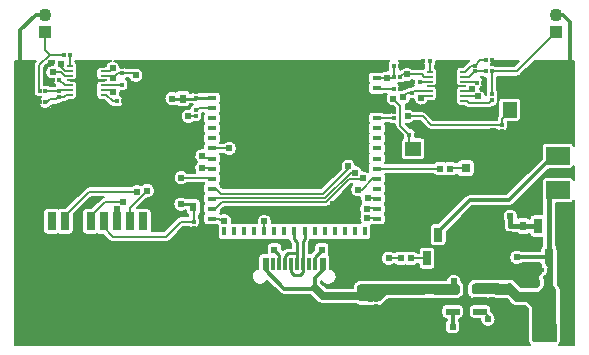
<source format=gtl>
G04 Layer: TopLayer*
G04 EasyEDA Pro v2.2.40.8, 2025-08-10 13:50:58*
G04 Gerber Generator version 0.3*
G04 Scale: 100 percent, Rotated: No, Reflected: No*
G04 Dimensions in millimeters*
G04 Leading zeros omitted, absolute positions, 4 integers and 5 decimals*
G04 Generated by one-click*
%FSLAX45Y45*%
%MOMM*%
%ADD10C,0.2032*%
%ADD11R,0.54X0.79009*%
%ADD12R,0.324X0.36843*%
%ADD13R,0.36843X0.324*%
%ADD14R,0.79009X0.54*%
%ADD15R,0.8X0.8*%
%ADD16R,0.5748X0.54*%
%ADD17R,0.56566X0.54*%
%ADD18R,0.30312X0.324*%
%ADD19R,0.324X0.30312*%
%ADD20R,1.35999X1.23*%
%ADD21R,0.8X0.4*%
%ADD22R,0.4X0.8*%
%ADD23R,1.2X1.2*%
%ADD24R,1.157X0.48999*%
%ADD25R,1.175X0.48999*%
%ADD26R,0.505X0.224*%
%ADD27R,1.7X2.3*%
%ADD28R,0.7X1.25001*%
%ADD29R,0.8X1.524*%
%ADD30R,1.5X2.0*%
%ADD31R,1.1X1.1*%
%ADD32C,1.1*%
%ADD33R,2.0X1.5*%
%ADD34R,1.23X1.35999*%
%ADD35R,0.55001X1.1*%
%ADD36R,0.3X1.1*%
%ADD37O,1.1X2.0*%
%ADD38O,1.2X1.8*%
%ADD39C,0.61*%
%ADD40C,0.2*%
%ADD41C,0.25*%
%ADD42C,0.154*%
%ADD43C,0.254*%
%ADD44C,0.4*%
%ADD45C,0.3*%
%ADD46C,0.35*%
%ADD47C,0.7*%
G75*


G04 Copper Start*
G36*
G01X1627958Y-1022440D02*
G01X1516808Y-1022440D01*
G01X1507657Y-1013290D01*
G01X1507657Y-964206D01*
G01X1526705Y-945158D01*
G01X1683440Y-945158D01*
G01X1698555Y-945158D01*
G01X1720241Y-945158D01*
G01X1727126Y-949605D01*
G01X1734843Y-952370D01*
G01X1742986Y-953308D01*
G01X1796987Y-953308D01*
G01X1805130Y-952370D01*
G01X1812846Y-949605D01*
G01X1819732Y-945158D01*
G01X1825788Y-945158D01*
G01X1895312Y-1014682D01*
G01X1898608Y-1016885D01*
G01X1902496Y-1017658D01*
G01X2067496Y-1017658D01*
G01X2071384Y-1016885D01*
G01X2074680Y-1014682D01*
G01X2097217Y-992145D01*
G01X2105850Y-986647D01*
G01X2112575Y-978931D01*
G01X2116843Y-969628D01*
G01X2118306Y-959498D01*
G01X2118306Y-905498D01*
G01X2117181Y-896593D01*
G01X2113878Y-888248D01*
G01X2130838Y-871287D01*
G01X2139423Y-865778D01*
G01X2146107Y-858072D01*
G01X2150346Y-848795D01*
G01X2151799Y-838698D01*
G01X2151799Y-806298D01*
G01X2150652Y-797308D01*
G01X2147285Y-788893D01*
G01X2141914Y-781593D01*
G01X2134882Y-775875D01*
G01X2132180Y-771035D01*
G01X2127656Y-766510D01*
G01X2127656Y-659207D01*
G01X2134204Y-652659D01*
G01X2173627Y-652659D01*
G01X2182336Y-662501D01*
G01X2182335Y-966106D01*
G01X2183149Y-970090D01*
G01X2185460Y-973436D01*
G01X2209836Y-996829D01*
G01X2209836Y-1418289D01*
G01X2200787Y-1427337D01*
G01X2031704Y-1427337D01*
G01X2022656Y-1418289D01*
G01X2022656Y-1144998D01*
G01X2021883Y-1141110D01*
G01X2019680Y-1137813D01*
G01X1969680Y-1087814D01*
G01X1966384Y-1085611D01*
G01X1962496Y-1084838D01*
G01X1871705Y-1084838D01*
G01X1819680Y-1032814D01*
G01X1816384Y-1030611D01*
G01X1812496Y-1029838D01*
G01X1710072Y-1029838D01*
G01X1697137Y-1022200D01*
G01X1682814Y-1017669D01*
G01X1667840Y-1016479D01*
G01X1652981Y-1018688D01*
G01X1639002Y-1024186D01*
G01X1627958Y-1022440D01*
G37*
G36*
G01X560498Y-1081116D02*
G01X557241Y-1081264D01*
G01X539687Y-1063644D01*
G01X539687Y-969267D01*
G01X558291Y-954046D01*
G01X1379507Y-954046D01*
G01X1392293Y-966755D01*
G01X1391789Y-1015482D01*
G01X1376887Y-1027338D01*
G01X1352545Y-1027338D01*
G01X1341286Y-1026375D01*
G01X1330028Y-1027338D01*
G01X1187576Y-1027338D01*
G01X1178867Y-1023691D01*
G01X1169508Y-1022446D01*
G01X1115508Y-1022446D01*
G01X1106148Y-1023691D01*
G01X1097439Y-1027338D01*
G01X779998Y-1027338D01*
G01X776110Y-1028111D01*
G01X772814Y-1030314D01*
G01X722265Y-1080863D01*
G01X715612Y-1078868D01*
G01X708699Y-1078194D01*
G01X676299Y-1078194D01*
G01X667661Y-1079252D01*
G01X659534Y-1082360D01*
G01X652396Y-1087338D01*
G01X634672Y-1087338D01*
G01X625054Y-1082707D01*
G01X614499Y-1081116D01*
G01X560498Y-1081116D01*
G37*
G36*
G01X-2364186Y944841D02*
G01X-2189943Y944841D01*
G01X-2194891Y939893D01*
G01X-2202172Y930405D01*
G01X-2206748Y919356D01*
G01X-2208310Y907498D01*
G01X-2208310Y698343D01*
G01X-2207621Y690431D01*
G01X-2207621Y673799D01*
G01X-2205868Y662731D01*
G01X-2200781Y652748D01*
G01X-2192858Y644824D01*
G01X-2182874Y639737D01*
G01X-2171807Y637985D01*
G01X-2144112Y637985D01*
G01X-2152259Y630038D01*
G01X-2157502Y619936D01*
G01X-2159310Y608699D01*
G01X-2159310Y576299D01*
G01X-2157558Y565232D01*
G01X-2152471Y555248D01*
G01X-2144547Y547325D01*
G01X-2134564Y542238D01*
G01X-2123496Y540485D01*
G01X-2093184Y540485D01*
G01X-2082782Y542029D01*
G01X-2073276Y546528D01*
G01X-2065487Y553594D01*
G01X-2060086Y562618D01*
G01X-2051019Y571685D01*
G01X-2016293Y571685D01*
G01X-2004436Y573246D01*
G01X-1993386Y577823D01*
G01X-1983898Y585104D01*
G01X-1980156Y588846D01*
G01X-1977776Y588846D01*
G01X-1968167Y590159D01*
G01X-1959263Y594002D01*
G01X-1952679Y594002D01*
G01X-1940821Y595563D01*
G01X-1929772Y600140D01*
G01X-1920283Y607420D01*
G01X-1915737Y611967D01*
G01X-1876475Y611967D01*
G01X-1865407Y613720D01*
G01X-1855424Y618807D01*
G01X-1847500Y626730D01*
G01X-1842413Y636714D01*
G01X-1840661Y647781D01*
G01X-1840661Y670182D01*
G01X-1841756Y678971D01*
G01X-1840661Y687761D01*
G01X-1840661Y710161D01*
G01X-1841759Y718964D01*
G01X-1840661Y727766D01*
G01X-1840661Y750166D01*
G01X-1842384Y761142D01*
G01X-1847389Y771062D01*
G01X-1855193Y778971D01*
G01X-1847389Y786880D01*
G01X-1842384Y796800D01*
G01X-1840661Y807776D01*
G01X-1840661Y830176D01*
G01X-1841759Y838979D01*
G01X-1840661Y847781D01*
G01X-1840661Y870181D01*
G01X-1841756Y878971D01*
G01X-1840661Y887760D01*
G01X-1840661Y910161D01*
G01X-1841854Y919330D01*
G01X-1845356Y927888D01*
G01X-1850932Y935265D01*
G01X-1858211Y940968D01*
G01X-1858211Y944841D01*
G01X-1553887Y944841D01*
G01X-1568856Y939703D01*
G01X-1582182Y931164D01*
G01X-1593105Y919711D01*
G01X-1601003Y905995D01*
G01X-1641479Y905995D01*
G01X-1652546Y904242D01*
G01X-1662530Y899155D01*
G01X-1670453Y891232D01*
G01X-1675540Y881248D01*
G01X-1677293Y870181D01*
G01X-1677293Y847781D01*
G01X-1676194Y838979D01*
G01X-1677293Y830176D01*
G01X-1677293Y807776D01*
G01X-1675569Y796800D01*
G01X-1670565Y786880D01*
G01X-1662761Y778971D01*
G01X-1670565Y771062D01*
G01X-1675569Y761142D01*
G01X-1677293Y750166D01*
G01X-1677293Y727766D01*
G01X-1676194Y718964D01*
G01X-1677293Y710161D01*
G01X-1677293Y687761D01*
G01X-1676197Y678971D01*
G01X-1677293Y670182D01*
G01X-1677293Y647781D01*
G01X-1675540Y636714D01*
G01X-1670453Y626730D01*
G01X-1662530Y618807D01*
G01X-1652546Y613720D01*
G01X-1641479Y611967D01*
G01X-1611756Y611967D01*
G01X-1569892Y570104D01*
G01X-1562317Y563991D01*
G01X-1553621Y559616D01*
G01X-1544197Y557178D01*
G01X-1534298Y552199D01*
G01X-1523350Y550485D01*
G01X-1486508Y550485D01*
G01X-1475440Y552238D01*
G01X-1465457Y557325D01*
G01X-1457533Y565248D01*
G01X-1452446Y575232D01*
G01X-1450694Y586299D01*
G01X-1450694Y618699D01*
G01X-1452648Y630368D01*
G01X-1458297Y640763D01*
G01X-1467025Y648750D01*
G01X-1477880Y653458D01*
G01X-1473445Y665326D01*
G01X-1471348Y677820D01*
G01X-1471665Y690485D01*
G01X-1441508Y690485D01*
G01X-1430441Y692237D01*
G01X-1420457Y697324D01*
G01X-1412534Y705248D01*
G01X-1407447Y715231D01*
G01X-1405694Y726299D01*
G01X-1405694Y758699D01*
G01X-1407360Y769497D01*
G01X-1412205Y779291D01*
G01X-1419778Y787167D01*
G01X-1429373Y792394D01*
G01X-1424706Y795725D01*
G01X-1405588Y795725D01*
G01X-1397996Y782817D01*
G01X-1387701Y771942D01*
G01X-1375229Y763654D01*
G01X-1361215Y758375D01*
G01X-1346375Y756376D01*
G01X-1331464Y757757D01*
G01X-1317243Y762449D01*
G01X-1304437Y770212D01*
G01X-1293700Y780650D01*
G01X-1285578Y793232D01*
G01X-1280487Y807315D01*
G01X-1278685Y822181D01*
G01X-1280265Y837072D01*
G01X-1285146Y851229D01*
G01X-1293078Y863931D01*
G01X-1303659Y874528D01*
G01X-1316347Y882481D01*
G01X-1330496Y887385D01*
G01X-1345385Y888988D01*
G01X-1360254Y887211D01*
G01X-1363861Y887353D01*
G01X-1424706Y887353D01*
G01X-1431665Y891945D01*
G01X-1439496Y894804D01*
G01X-1447777Y895774D01*
G01X-1475587Y895774D01*
G01X-1480698Y909683D01*
G01X-1488770Y922109D01*
G01X-1499399Y932433D01*
G01X-1512056Y940138D01*
G01X-1526107Y944841D01*
G01X799667Y944841D01*
G01X793529Y937281D01*
G01X789655Y928346D01*
G01X788331Y918698D01*
G01X788331Y886298D01*
G01X790015Y875444D01*
G01X794910Y865611D01*
G01X781648Y866225D01*
G01X768530Y864184D01*
G01X756081Y859571D01*
G01X744801Y852571D01*
G01X737509Y853321D01*
G01X657509Y853321D01*
G01X646442Y851569D01*
G01X636459Y846482D01*
G01X628535Y838558D01*
G01X623448Y828575D01*
G01X621695Y817507D01*
G01X621695Y777507D01*
G01X622609Y769470D01*
G01X625303Y761842D01*
G01X629641Y755013D01*
G01X625303Y748185D01*
G01X622609Y740557D01*
G01X621695Y732519D01*
G01X621695Y692519D01*
G01X623448Y681452D01*
G01X628535Y671468D01*
G01X636459Y663545D01*
G01X646442Y658458D01*
G01X657509Y656705D01*
G01X737509Y656705D01*
G01X746952Y657972D01*
G01X755727Y661685D01*
G01X782256Y661685D01*
G01X775604Y648802D01*
G01X771910Y634782D01*
G01X771352Y620293D01*
G01X773955Y606030D01*
G01X779596Y592674D01*
G01X788006Y580862D01*
G01X798781Y571161D01*
G01X811407Y564033D01*
G01X825280Y559820D01*
G01X839737Y558722D01*
G01X853984Y544476D01*
G01X853984Y511814D01*
G01X828798Y511814D01*
G01X818435Y510282D01*
G01X808959Y505817D01*
G01X759440Y505817D01*
G01X749098Y511390D01*
G01X737509Y513317D01*
G01X657509Y513317D01*
G01X646442Y511564D01*
G01X636459Y506477D01*
G01X628535Y498554D01*
G01X623448Y488570D01*
G01X621695Y477503D01*
G01X621695Y437503D01*
G01X622609Y429465D01*
G01X625303Y421837D01*
G01X629641Y415009D01*
G01X625303Y408180D01*
G01X622609Y400553D01*
G01X621695Y392515D01*
G01X621695Y352515D01*
G01X622610Y344471D01*
G01X625308Y336839D01*
G01X629651Y330008D01*
G01X625308Y323176D01*
G01X622610Y315544D01*
G01X621695Y307501D01*
G01X621695Y267501D01*
G01X622609Y259463D01*
G01X625303Y251835D01*
G01X629641Y245007D01*
G01X625303Y238178D01*
G01X622609Y230550D01*
G01X621695Y222512D01*
G01X621695Y182512D01*
G01X622609Y174475D01*
G01X625303Y166847D01*
G01X629641Y160018D01*
G01X625303Y153190D01*
G01X622609Y145562D01*
G01X621695Y137524D01*
G01X621695Y97524D01*
G01X622610Y89481D01*
G01X625308Y81849D01*
G01X629651Y75017D01*
G01X625308Y68186D01*
G01X622610Y60553D01*
G01X621695Y52510D01*
G01X621695Y12510D01*
G01X622291Y6009D01*
G01X624056Y-277D01*
G01X613418Y8246D01*
G01X601261Y14414D01*
G01X588101Y17966D01*
G01X574492Y18751D01*
G01X569331Y29637D01*
G01X562285Y39409D01*
G01X553587Y47746D01*
G01X543525Y54371D01*
G01X532430Y59066D01*
G01X520669Y61677D01*
G01X516660Y76892D01*
G01X509179Y90734D01*
G01X498648Y102424D01*
G01X485659Y111304D01*
G01X470944Y116874D01*
G01X455330Y118821D01*
G01X439698Y117034D01*
G01X424926Y111614D01*
G01X411847Y102868D01*
G01X401197Y91286D01*
G01X393576Y77521D01*
G01X389412Y62347D01*
G01X388939Y46620D01*
G01X392185Y31225D01*
G01X224895Y-136066D01*
G01X-607394Y-136066D01*
G01X-621695Y-121765D01*
G01X-621695Y-117492D01*
G01X-622610Y-109449D01*
G01X-625308Y-101817D01*
G01X-629651Y-94985D01*
G01X-625308Y-88154D01*
G01X-622610Y-80521D01*
G01X-621695Y-72478D01*
G01X-621695Y-32478D01*
G01X-622609Y-24440D01*
G01X-625303Y-16812D01*
G01X-629641Y-9984D01*
G01X-625303Y-3155D01*
G01X-622609Y4472D01*
G01X-621695Y12510D01*
G01X-621695Y52510D01*
G01X-622610Y60553D01*
G01X-625308Y68186D01*
G01X-629651Y75017D01*
G01X-625308Y81849D01*
G01X-622610Y89481D01*
G01X-621695Y97524D01*
G01X-621695Y137524D01*
G01X-623531Y148841D01*
G01X-628848Y158998D01*
G01X-602551Y158998D01*
G01X-590636Y148249D01*
G01X-576487Y140677D01*
G01X-560934Y136724D01*
G01X-544887Y136624D01*
G01X-529286Y140381D01*
G01X-515044Y147776D01*
G01X-502995Y158375D01*
G01X-493845Y171559D01*
G01X-488130Y186554D01*
G01X-486185Y202483D01*
G01X-488122Y218413D01*
G01X-493830Y233411D01*
G01X-502973Y246599D01*
G01X-515016Y257204D01*
G01X-529254Y264606D01*
G01X-544854Y268372D01*
G01X-560901Y268279D01*
G01X-576456Y264335D01*
G01X-590608Y256770D01*
G01X-602529Y246026D01*
G01X-628848Y246026D01*
G01X-623531Y256184D01*
G01X-621695Y267501D01*
G01X-621695Y307501D01*
G01X-622610Y315544D01*
G01X-625308Y323176D01*
G01X-629651Y330008D01*
G01X-625308Y336839D01*
G01X-622610Y344471D01*
G01X-621695Y352515D01*
G01X-621695Y392515D01*
G01X-622609Y400553D01*
G01X-625303Y408180D01*
G01X-629641Y415009D01*
G01X-625303Y421837D01*
G01X-622609Y429465D01*
G01X-621695Y437503D01*
G01X-621695Y477503D01*
G01X-622610Y485546D01*
G01X-625308Y493178D01*
G01X-629651Y500010D01*
G01X-625308Y506841D01*
G01X-622610Y514474D01*
G01X-621695Y522517D01*
G01X-621695Y562517D01*
G01X-622609Y570555D01*
G01X-625303Y578183D01*
G01X-629641Y585011D01*
G01X-625303Y591840D01*
G01X-622609Y599467D01*
G01X-621695Y607505D01*
G01X-621695Y647505D01*
G01X-623448Y658572D01*
G01X-628535Y668556D01*
G01X-636459Y676479D01*
G01X-646442Y681566D01*
G01X-657509Y683319D01*
G01X-737509Y683319D01*
G01X-746781Y682098D01*
G01X-755420Y678519D01*
G01X-803819Y678519D01*
G01X-811131Y680972D01*
G01X-818798Y681802D01*
G01X-851198Y681802D01*
G01X-863015Y679796D01*
G01X-873508Y674004D01*
G01X-883336Y674004D01*
G01X-888108Y684724D01*
G01X-896089Y693326D01*
G01X-906422Y698887D01*
G01X-917998Y700809D01*
G01X-971998Y700809D01*
G01X-981124Y699627D01*
G01X-989647Y696158D01*
G01X-997005Y690633D01*
G01X-1002713Y683414D01*
G01X-1016834Y689268D01*
G01X-1031920Y691733D01*
G01X-1047171Y690678D01*
G01X-1061774Y686158D01*
G01X-1074954Y678415D01*
G01X-1086012Y667860D01*
G01X-1094358Y655053D01*
G01X-1099550Y640675D01*
G01X-1101312Y625490D01*
G01X-1099550Y610306D01*
G01X-1094358Y595928D01*
G01X-1086012Y583121D01*
G01X-1074954Y572565D01*
G01X-1061774Y564822D01*
G01X-1047171Y560303D01*
G01X-1031920Y559248D01*
G01X-1016834Y561712D01*
G01X-1002713Y567566D01*
G01X-997005Y560348D01*
G01X-989647Y554822D01*
G01X-981124Y551354D01*
G01X-971998Y550172D01*
G01X-917998Y550172D01*
G01X-906422Y552094D01*
G01X-896089Y557655D01*
G01X-888108Y566256D01*
G01X-883336Y576976D01*
G01X-866940Y576976D01*
G01X-859312Y574263D01*
G01X-870093Y569772D01*
G01X-878855Y562052D01*
G01X-884668Y551923D01*
G01X-886914Y540463D01*
G01X-901676Y541181D01*
G01X-916231Y538612D01*
G01X-929855Y532883D01*
G01X-941872Y524279D01*
G01X-951685Y513226D01*
G01X-958806Y500275D01*
G01X-962882Y486068D01*
G01X-963710Y471311D01*
G01X-961248Y456738D01*
G01X-955620Y443072D01*
G01X-947105Y430991D01*
G01X-936126Y421097D01*
G01X-923228Y413880D01*
G01X-909051Y409699D01*
G01X-894301Y408762D01*
G01X-879710Y411115D01*
G01X-866002Y416642D01*
G01X-853859Y425067D01*
G01X-851116Y424962D01*
G01X-818715Y424962D01*
G01X-807648Y426715D01*
G01X-797664Y431802D01*
G01X-789741Y439725D01*
G01X-784654Y449709D01*
G01X-782901Y460776D01*
G01X-782901Y491088D01*
G01X-783833Y499203D01*
G01X-766001Y499203D01*
G01X-771443Y488954D01*
G01X-773323Y477503D01*
G01X-773323Y437503D01*
G01X-772410Y429465D01*
G01X-769715Y421837D01*
G01X-765378Y415009D01*
G01X-769715Y408180D01*
G01X-772410Y400553D01*
G01X-773323Y392515D01*
G01X-773323Y352515D01*
G01X-772408Y344471D01*
G01X-769711Y336839D01*
G01X-765368Y330008D01*
G01X-769711Y323176D01*
G01X-772408Y315544D01*
G01X-773323Y307501D01*
G01X-773323Y267501D01*
G01X-772410Y259463D01*
G01X-769715Y251835D01*
G01X-765378Y245007D01*
G01X-769715Y238178D01*
G01X-772410Y230550D01*
G01X-773323Y222512D01*
G01X-773323Y205676D01*
G01X-787655Y206113D01*
G01X-801746Y203459D01*
G01X-814937Y197838D01*
G01X-826611Y189514D01*
G01X-836223Y178874D01*
G01X-843324Y166417D01*
G01X-847580Y152725D01*
G01X-848794Y138438D01*
G01X-846909Y124224D01*
G01X-842012Y110748D01*
G01X-834333Y98639D01*
G01X-824231Y88464D01*
G01X-833622Y80092D01*
G01X-841263Y70098D01*
G01X-846879Y58841D01*
G01X-850268Y46726D01*
G01X-851308Y34189D01*
G01X-849961Y21681D01*
G01X-846277Y9652D01*
G01X-840387Y-1464D01*
G01X-907436Y-1464D01*
G01X-919353Y9282D01*
G01X-933504Y16851D01*
G01X-949058Y20799D01*
G01X-965105Y20896D01*
G01X-980705Y17134D01*
G01X-994945Y9736D01*
G01X-1006991Y-867D01*
G01X-1016138Y-14052D01*
G01X-1021849Y-29049D01*
G01X-1023790Y-44978D01*
G01X-1021849Y-60908D01*
G01X-1016138Y-75904D01*
G01X-1006991Y-89090D01*
G01X-994945Y-99693D01*
G01X-980705Y-107091D01*
G01X-965105Y-110852D01*
G01X-949058Y-110756D01*
G01X-933504Y-106808D01*
G01X-919353Y-99239D01*
G01X-907436Y-88492D01*
G01X-769543Y-88492D01*
G01X-765368Y-94985D01*
G01X-769711Y-101817D01*
G01X-772408Y-109449D01*
G01X-773323Y-117492D01*
G01X-773323Y-157492D01*
G01X-772410Y-165530D01*
G01X-769715Y-173158D01*
G01X-765378Y-179986D01*
G01X-769715Y-186815D01*
G01X-772410Y-194442D01*
G01X-773323Y-202480D01*
G01X-773323Y-242480D01*
G01X-772408Y-250524D01*
G01X-769711Y-258156D01*
G01X-765368Y-264987D01*
G01X-769711Y-271819D01*
G01X-772408Y-279451D01*
G01X-773323Y-287494D01*
G01X-773323Y-327494D01*
G01X-772410Y-335532D01*
G01X-769715Y-343160D01*
G01X-765378Y-349988D01*
G01X-769715Y-356817D01*
G01X-772410Y-364445D01*
G01X-773323Y-372483D01*
G01X-773323Y-412483D01*
G01X-771570Y-423550D01*
G01X-766483Y-433533D01*
G01X-758560Y-441457D01*
G01X-748576Y-446544D01*
G01X-737509Y-448297D01*
G01X-657509Y-448297D01*
G01X-649731Y-447442D01*
G01X-648938Y-448576D01*
G01X-650809Y-460001D01*
G01X-650809Y-540001D01*
G01X-649056Y-551068D01*
G01X-643969Y-561052D01*
G01X-636046Y-568975D01*
G01X-626062Y-574062D01*
G01X-614995Y-575815D01*
G01X-574995Y-575815D01*
G01X-566957Y-574901D01*
G01X-559329Y-572207D01*
G01X-552501Y-567869D01*
G01X-545672Y-572207D01*
G01X-538044Y-574901D01*
G01X-530007Y-575815D01*
G01X-490007Y-575815D01*
G01X-481963Y-574900D01*
G01X-474331Y-572202D01*
G01X-467500Y-567859D01*
G01X-460668Y-572202D01*
G01X-453036Y-574900D01*
G01X-444993Y-575815D01*
G01X-404993Y-575815D01*
G01X-396955Y-574901D01*
G01X-389327Y-572207D01*
G01X-382499Y-567869D01*
G01X-375670Y-572207D01*
G01X-368042Y-574901D01*
G01X-360004Y-575815D01*
G01X-320004Y-575815D01*
G01X-311961Y-574900D01*
G01X-304329Y-572202D01*
G01X-297497Y-567859D01*
G01X-290666Y-572202D01*
G01X-283034Y-574900D01*
G01X-274991Y-575815D01*
G01X-234991Y-575815D01*
G01X-226953Y-574901D01*
G01X-219325Y-572207D01*
G01X-212496Y-567869D01*
G01X-205668Y-572207D01*
G01X-198040Y-574901D01*
G01X-190002Y-575815D01*
G01X-150002Y-575815D01*
G01X-141959Y-574900D01*
G01X-134327Y-572202D01*
G01X-127495Y-567859D01*
G01X-120664Y-572202D01*
G01X-113032Y-574900D01*
G01X-104988Y-575815D01*
G01X-64988Y-575815D01*
G01X-56061Y-574684D01*
G01X-47697Y-571364D01*
G01X-44975Y-580688D01*
G01X-40451Y-589282D01*
G01X-34305Y-596803D01*
G01X-26020Y-605088D01*
G01X-26020Y-636485D01*
G01X-55000Y-636485D01*
G01X-67556Y-638138D01*
G01X-79257Y-642984D01*
G01X-89304Y-650694D01*
G01X-97109Y-658499D01*
G01X-105121Y-650486D01*
G01X-105121Y-627998D01*
G01X-106874Y-616931D01*
G01X-111961Y-606948D01*
G01X-119884Y-599024D01*
G01X-129868Y-593937D01*
G01X-140935Y-592184D01*
G01X-197501Y-592184D01*
G01X-208568Y-593937D01*
G01X-218552Y-599024D01*
G01X-226475Y-606948D01*
G01X-231562Y-616931D01*
G01X-233315Y-627998D01*
G01X-233315Y-681999D01*
G01X-233249Y-684169D01*
G01X-270005Y-684169D01*
G01X-281072Y-685922D01*
G01X-291056Y-691009D01*
G01X-298979Y-698932D01*
G01X-304066Y-708916D01*
G01X-305819Y-719983D01*
G01X-305819Y-812666D01*
G01X-320781Y-817540D01*
G01X-334297Y-825598D01*
G01X-345700Y-836441D01*
G01X-354427Y-849536D01*
G01X-360047Y-864234D01*
G01X-362282Y-879810D01*
G01X-361022Y-895495D01*
G01X-356330Y-910515D01*
G01X-348436Y-924128D01*
G01X-337731Y-935661D01*
G01X-324743Y-944546D01*
G01X-310114Y-950343D01*
G01X-294566Y-952767D01*
G01X-278867Y-951697D01*
G01X-263791Y-947187D01*
G01X-250084Y-939459D01*
G01X-238422Y-928894D01*
G01X-229380Y-916015D01*
G01X-122699Y-1022697D01*
G01X-111657Y-1031169D01*
G01X-98799Y-1036495D01*
G01X-85000Y-1038312D01*
G01X133757Y-1038312D01*
G01X192936Y-1097491D01*
G01X203667Y-1106298D01*
G01X215910Y-1112841D01*
G01X229194Y-1116871D01*
G01X243009Y-1118232D01*
G01X529174Y-1118232D01*
G01X533698Y-1122773D01*
G01X541124Y-1128491D01*
G01X549779Y-1132085D01*
G01X559071Y-1133312D01*
G01X719999Y-1133312D01*
G01X729268Y-1132091D01*
G01X737906Y-1128514D01*
G01X745323Y-1122822D01*
G01X794833Y-1073312D01*
G01X1380436Y-1073312D01*
G01X1392245Y-1071309D01*
G01X1402733Y-1065524D01*
G01X1424196Y-1048449D01*
G01X1431404Y-1040722D01*
G01X1436044Y-1031228D01*
G01X1437710Y-1020793D01*
G01X1438309Y-962942D01*
G01X1437144Y-953507D01*
G01X1433538Y-944710D01*
G01X1427745Y-937172D01*
G01X1416233Y-925729D01*
G01X1415005Y-909398D01*
G01X1409812Y-893867D01*
G01X1400971Y-880081D01*
G01X1389022Y-868883D01*
G01X1374693Y-860954D01*
G01X1358858Y-856779D01*
G01X1342482Y-856611D01*
G01X1326565Y-860462D01*
G01X1312077Y-868096D01*
G01X1299901Y-879048D01*
G01X1290780Y-892650D01*
G01X1285271Y-908072D01*
G01X554665Y-908072D01*
G01X546550Y-909003D01*
G01X538857Y-911749D01*
G01X531986Y-916167D01*
G01X506849Y-936734D01*
G01X499769Y-944525D01*
G01X495261Y-954039D01*
G01X493713Y-964452D01*
G01X493713Y-976604D01*
G01X272341Y-976604D01*
G01X228314Y-932576D01*
G01X228314Y-922379D01*
G01X238358Y-933951D01*
G01X250655Y-943091D01*
G01X264631Y-949372D01*
G01X279631Y-952499D01*
G01X294953Y-952327D01*
G01X309879Y-948863D01*
G01X323710Y-942270D01*
G01X335799Y-932856D01*
G01X345581Y-921062D01*
G01X352596Y-907439D01*
G01X356517Y-892627D01*
G01X357160Y-877318D01*
G01X354495Y-862229D01*
G01X348647Y-848067D01*
G01X339889Y-835494D01*
G01X328632Y-825099D01*
G01X315402Y-817369D01*
G01X300819Y-812666D01*
G01X300819Y-727498D01*
G01X731184Y-727498D01*
G01X732955Y-742720D01*
G01X738172Y-757129D01*
G01X746558Y-769955D01*
G01X757663Y-780515D01*
G01X770896Y-788243D01*
G01X785550Y-792727D01*
G01X800841Y-793728D01*
G01X815954Y-791192D01*
G01X830082Y-785255D01*
G01X842469Y-776234D01*
G01X850346Y-783804D01*
G01X860138Y-788647D01*
G01X870934Y-790313D01*
G01X927500Y-790313D01*
G01X935177Y-789480D01*
G01X942498Y-787021D01*
G01X949819Y-789480D01*
G01X957497Y-790313D01*
G01X957497Y-790313D01*
G01X1014063Y-790313D01*
G01X1023077Y-789160D01*
G01X1031510Y-785775D01*
G01X1038821Y-780377D01*
G01X1044537Y-773312D01*
G01X1051688Y-773312D01*
G01X1051688Y-789999D01*
G01X1053441Y-801066D01*
G01X1058528Y-811050D01*
G01X1066451Y-818973D01*
G01X1076435Y-824060D01*
G01X1087502Y-825813D01*
G01X1157502Y-825813D01*
G01X1168569Y-824060D01*
G01X1178553Y-818973D01*
G01X1186476Y-811050D01*
G01X1191563Y-801066D01*
G01X1193316Y-789999D01*
G01X1193316Y-664998D01*
G01X1191563Y-653931D01*
G01X1186476Y-643947D01*
G01X1178553Y-636024D01*
G01X1168569Y-630937D01*
G01X1157502Y-629184D01*
G01X1087502Y-629184D01*
G01X1076435Y-630937D01*
G01X1066451Y-636024D01*
G01X1058528Y-643947D01*
G01X1053441Y-653931D01*
G01X1051688Y-664998D01*
G01X1051688Y-681684D01*
G01X1044537Y-681684D01*
G01X1038821Y-674620D01*
G01X1031510Y-669222D01*
G01X1023077Y-665837D01*
G01X1014063Y-664684D01*
G01X957497Y-664684D01*
G01X949819Y-665517D01*
G01X942498Y-667976D01*
G01X935177Y-665517D01*
G01X927500Y-664684D01*
G01X870934Y-664684D01*
G01X860138Y-666350D01*
G01X850346Y-671193D01*
G01X842469Y-678763D01*
G01X830082Y-669741D01*
G01X815954Y-663804D01*
G01X800841Y-661269D01*
G01X785550Y-662270D01*
G01X770896Y-666754D01*
G01X757663Y-674482D01*
G01X746558Y-685041D01*
G01X738172Y-697868D01*
G01X732955Y-712277D01*
G01X731184Y-727498D01*
G01X300819Y-727498D01*
G01X300819Y-719983D01*
G01X299861Y-711756D01*
G01X297039Y-703969D01*
G01X292504Y-697038D01*
G01X294977Y-689699D01*
G01X295815Y-681999D01*
G01X295815Y-627998D01*
G01X294062Y-616931D01*
G01X288975Y-606948D01*
G01X281052Y-599024D01*
G01X271068Y-593937D01*
G01X260001Y-592184D01*
G01X203435Y-592184D01*
G01X192368Y-593937D01*
G01X182384Y-599024D01*
G01X174461Y-606948D01*
G01X169374Y-616931D01*
G01X167621Y-627998D01*
G01X167621Y-654300D01*
G01X138201Y-683719D01*
G01X137757Y-684170D01*
G01X137493Y-684169D01*
G01X120995Y-684169D01*
G01X120995Y-597525D01*
G01X126733Y-589737D01*
G01X130811Y-580965D01*
G01X133068Y-571558D01*
G01X141272Y-574734D01*
G01X150002Y-575815D01*
G01X190002Y-575815D01*
G01X198040Y-574901D01*
G01X205668Y-572207D01*
G01X212496Y-567869D01*
G01X219325Y-572207D01*
G01X226953Y-574901D01*
G01X234991Y-575815D01*
G01X274991Y-575815D01*
G01X283034Y-574900D01*
G01X290666Y-572202D01*
G01X297498Y-567859D01*
G01X304329Y-572202D01*
G01X311961Y-574900D01*
G01X320004Y-575815D01*
G01X360004Y-575815D01*
G01X368042Y-574901D01*
G01X375670Y-572207D01*
G01X382499Y-567869D01*
G01X389327Y-572207D01*
G01X396955Y-574901D01*
G01X404993Y-575815D01*
G01X444993Y-575815D01*
G01X453036Y-574900D01*
G01X460668Y-572202D01*
G01X467500Y-567859D01*
G01X474331Y-572202D01*
G01X481963Y-574900D01*
G01X490007Y-575815D01*
G01X530007Y-575815D01*
G01X538044Y-574901D01*
G01X545672Y-572207D01*
G01X552501Y-567869D01*
G01X559329Y-572207D01*
G01X566957Y-574901D01*
G01X574995Y-575815D01*
G01X614995Y-575815D01*
G01X626062Y-574062D01*
G01X636046Y-568975D01*
G01X643969Y-561052D01*
G01X649056Y-551068D01*
G01X650809Y-540001D01*
G01X650809Y-460001D01*
G01X650217Y-453519D01*
G01X648463Y-447251D01*
G01X648682Y-447122D01*
G01X657509Y-448297D01*
G01X737509Y-448297D01*
G01X748576Y-446544D01*
G01X758560Y-441457D01*
G01X766483Y-433533D01*
G01X771570Y-423550D01*
G01X773323Y-412483D01*
G01X773323Y-372483D01*
G01X772410Y-364445D01*
G01X769715Y-356817D01*
G01X765378Y-349988D01*
G01X769715Y-343160D01*
G01X772410Y-335532D01*
G01X773323Y-327494D01*
G01X773323Y-287494D01*
G01X772408Y-279451D01*
G01X769711Y-271819D01*
G01X765368Y-264987D01*
G01X769711Y-258156D01*
G01X772408Y-250524D01*
G01X773323Y-242480D01*
G01X773323Y-202480D01*
G01X772410Y-194442D01*
G01X769715Y-186815D01*
G01X765378Y-179986D01*
G01X769715Y-173158D01*
G01X772410Y-165530D01*
G01X773323Y-157492D01*
G01X773323Y-117492D01*
G01X772408Y-109449D01*
G01X769711Y-101817D01*
G01X765368Y-94985D01*
G01X769711Y-88154D01*
G01X772408Y-80521D01*
G01X773323Y-72478D01*
G01X773323Y-32478D01*
G01X772006Y-22856D01*
G01X768153Y-13941D01*
G01X1174918Y-13941D01*
G01X1180634Y-21006D01*
G01X1187944Y-26404D01*
G01X1196378Y-29789D01*
G01X1205392Y-30942D01*
G01X1261958Y-30942D01*
G01X1269636Y-30109D01*
G01X1276957Y-27650D01*
G01X1284277Y-30109D01*
G01X1291955Y-30942D01*
G01X1348521Y-30942D01*
G01X1359018Y-29369D01*
G01X1368593Y-24788D01*
G01X1376405Y-17603D01*
G01X1381646Y-27155D01*
G01X1389517Y-34689D01*
G01X1399289Y-39507D01*
G01X1410058Y-41165D01*
G01X1490058Y-41165D01*
G01X1501125Y-39412D01*
G01X1511109Y-34325D01*
G01X1519032Y-26401D01*
G01X1524119Y-16418D01*
G01X1525872Y-5351D01*
G01X1525872Y74649D01*
G01X1524119Y85716D01*
G01X1519032Y95700D01*
G01X1511109Y103623D01*
G01X1501125Y108710D01*
G01X1490058Y110463D01*
G01X1410058Y110463D01*
G01X1398270Y108468D01*
G01X1387796Y102704D01*
G01X1379803Y93813D01*
G01X1375181Y82787D01*
G01X1367538Y89221D01*
G01X1358414Y93293D01*
G01X1348521Y94687D01*
G01X1291955Y94687D01*
G01X1284277Y93854D01*
G01X1276957Y91395D01*
G01X1269636Y93854D01*
G01X1261958Y94687D01*
G01X1205392Y94687D01*
G01X1196378Y93534D01*
G01X1187944Y90149D01*
G01X1180634Y84751D01*
G01X1174918Y77687D01*
G01X767327Y77687D01*
G01X771792Y87162D01*
G01X773323Y97524D01*
G01X773323Y137524D01*
G01X772410Y145562D01*
G01X769715Y153190D01*
G01X765378Y160018D01*
G01X769715Y166847D01*
G01X772410Y174475D01*
G01X773323Y182512D01*
G01X773323Y222512D01*
G01X772410Y230550D01*
G01X769715Y238178D01*
G01X765378Y245007D01*
G01X769715Y251835D01*
G01X772410Y259463D01*
G01X773323Y267501D01*
G01X773323Y307501D01*
G01X772408Y315544D01*
G01X769711Y323176D01*
G01X765368Y330008D01*
G01X769711Y336839D01*
G01X772408Y344471D01*
G01X773323Y352515D01*
G01X773323Y392515D01*
G01X771448Y403950D01*
G01X766020Y414189D01*
G01X811755Y414189D01*
G01X820007Y410969D01*
G01X828798Y409873D01*
G01X853984Y409873D01*
G01X853984Y395067D01*
G01X855467Y383805D01*
G01X859814Y373310D01*
G01X866729Y364298D01*
G01X918331Y312697D01*
G01X918331Y303799D01*
G01X918858Y297679D01*
G01X920423Y291738D01*
G01X912492Y286108D01*
G01X906369Y278551D01*
G01X902505Y269626D01*
G01X901184Y259991D01*
G01X901184Y136991D01*
G01X902937Y125924D01*
G01X908024Y115940D01*
G01X915947Y108017D01*
G01X925931Y102930D01*
G01X936998Y101177D01*
G01X1072998Y101177D01*
G01X1084065Y102930D01*
G01X1094049Y108017D01*
G01X1101972Y115940D01*
G01X1107059Y125924D01*
G01X1108812Y136991D01*
G01X1108812Y259991D01*
G01X1107059Y271058D01*
G01X1101972Y281042D01*
G01X1094049Y288965D01*
G01X1084065Y294052D01*
G01X1072998Y295805D01*
G01X1025898Y295805D01*
G01X1026801Y303799D01*
G01X1026801Y336199D01*
G01X1025048Y347267D01*
G01X1019961Y357250D01*
G01X1012038Y365174D01*
G01X1002054Y370261D01*
G01X990987Y372013D01*
G01X982090Y372013D01*
G01X943866Y410237D01*
G01X958018Y408627D01*
G01X972187Y410075D01*
G01X985720Y414516D01*
G01X997993Y421744D01*
G01X1008439Y431426D01*
G01X1067033Y431426D01*
G01X1126797Y371662D01*
G01X1135809Y364747D01*
G01X1146303Y360400D01*
G01X1157566Y358917D01*
G01X1713242Y358917D01*
G01X1720701Y353103D01*
G01X1729422Y349445D01*
G01X1738796Y348196D01*
G01X1771197Y348196D01*
G01X1782264Y349949D01*
G01X1792248Y355036D01*
G01X1800171Y362959D01*
G01X1805258Y372943D01*
G01X1807011Y384010D01*
G01X1807011Y420853D01*
G01X1806611Y426185D01*
G01X1883005Y426185D01*
G01X1894072Y427938D01*
G01X1904056Y433025D01*
G01X1911979Y440948D01*
G01X1917066Y450932D01*
G01X1918819Y461999D01*
G01X1918819Y597999D01*
G01X1917066Y609066D01*
G01X1911979Y619049D01*
G01X1904056Y626973D01*
G01X1894072Y632060D01*
G01X1883005Y633813D01*
G01X1760005Y633813D01*
G01X1748938Y632060D01*
G01X1738954Y626973D01*
G01X1731031Y619049D01*
G01X1725944Y609066D01*
G01X1724191Y597999D01*
G01X1724191Y485732D01*
G01X1717295Y476727D01*
G01X1712961Y466245D01*
G01X1711482Y454999D01*
G01X1711482Y445945D01*
G01X1175590Y445945D01*
G01X1115826Y505709D01*
G01X1106814Y512624D01*
G01X1096320Y516971D01*
G01X1085057Y518454D01*
G01X1008439Y518454D01*
G01X997520Y528485D01*
G01X984644Y535839D01*
G01X970457Y540148D01*
G01X955666Y541197D01*
G01X941012Y538934D01*
G01X941012Y562500D01*
G01X939809Y572660D01*
G01X954915Y578813D01*
G01X968062Y588466D01*
G01X978455Y601036D01*
G01X985466Y615763D01*
G01X1008898Y615763D01*
G01X1014507Y600564D01*
G01X1023635Y587178D01*
G01X1035736Y576405D01*
G01X1050088Y568888D01*
G01X1065835Y565075D01*
G01X1082036Y565195D01*
G01X1097724Y569239D01*
G01X1111964Y576967D01*
G01X1123905Y587918D01*
G01X1132834Y601436D01*
G01X1169607Y601436D01*
G01X1180674Y603189D01*
G01X1190658Y608276D01*
G01X1198581Y616199D01*
G01X1203668Y626183D01*
G01X1205421Y637250D01*
G01X1205421Y659651D01*
G01X1204323Y668453D01*
G01X1205421Y677255D01*
G01X1205421Y699656D01*
G01X1203698Y710632D01*
G01X1198693Y720552D01*
G01X1190889Y728461D01*
G01X1198693Y736369D01*
G01X1203698Y746289D01*
G01X1205421Y757265D01*
G01X1205421Y779666D01*
G01X1204323Y788468D01*
G01X1205421Y797270D01*
G01X1205421Y819671D01*
G01X1204326Y828460D01*
G01X1205421Y837250D01*
G01X1205421Y859650D01*
G01X1203881Y870039D01*
G01X1199394Y879535D01*
G01X1192345Y887321D01*
G01X1192345Y902774D01*
G01X1197417Y912747D01*
G01X1199165Y923798D01*
G01X1199165Y944841D01*
G01X1480787Y944841D01*
G01X1472844Y940603D01*
G01X1465884Y934894D01*
G01X1426455Y895464D01*
G01X1404603Y895464D01*
G01X1393536Y893711D01*
G01X1383552Y888624D01*
G01X1375629Y880701D01*
G01X1370542Y870717D01*
G01X1368789Y859650D01*
G01X1368789Y837250D01*
G01X1369884Y828460D01*
G01X1368789Y819671D01*
G01X1368789Y797270D01*
G01X1369888Y788468D01*
G01X1368789Y779666D01*
G01X1368789Y757265D01*
G01X1370512Y746289D01*
G01X1375517Y736369D01*
G01X1383321Y728461D01*
G01X1375517Y720552D01*
G01X1370512Y710632D01*
G01X1368789Y699656D01*
G01X1368789Y677255D01*
G01X1369888Y668453D01*
G01X1368789Y659651D01*
G01X1368789Y637250D01*
G01X1369884Y628461D01*
G01X1368789Y619671D01*
G01X1368789Y597271D01*
G01X1370542Y586204D01*
G01X1375629Y576220D01*
G01X1383552Y568297D01*
G01X1393536Y563210D01*
G01X1404603Y561457D01*
G01X1441248Y561457D01*
G01X1447001Y555704D01*
G01X1456489Y548423D01*
G01X1467539Y543846D01*
G01X1479397Y542285D01*
G01X1648029Y542285D01*
G01X1659887Y543846D01*
G01X1670936Y548423D01*
G01X1680425Y555704D01*
G01X1686197Y555832D01*
G01X1697264Y557584D01*
G01X1707248Y562671D01*
G01X1715171Y570595D01*
G01X1720258Y580578D01*
G01X1722011Y591646D01*
G01X1722011Y628488D01*
G01X1720859Y637499D01*
G01X1722011Y646510D01*
G01X1722011Y683352D01*
G01X1720426Y693889D01*
G01X1715811Y703493D01*
G01X1715811Y809184D01*
G01X1879999Y809184D01*
G01X1891856Y810745D01*
G01X1902906Y815322D01*
G01X1912394Y822603D01*
G01X2034633Y944841D01*
G01X2364186Y944841D01*
G01X2364186Y226140D01*
G01X2359258Y236514D01*
G01X2351299Y244795D01*
G01X2341128Y250131D01*
G01X2329791Y251973D01*
G01X2129791Y251973D01*
G01X2118724Y250220D01*
G01X2108740Y245133D01*
G01X2100817Y237210D01*
G01X2095730Y227226D01*
G01X2093977Y216159D01*
G01X2093977Y115843D01*
G01X1791449Y-186686D01*
G01X1482497Y-186685D01*
G01X1469346Y-188417D01*
G01X1457090Y-193493D01*
G01X1446566Y-201568D01*
G01X1218950Y-429184D01*
G01X1182498Y-429184D01*
G01X1171431Y-430937D01*
G01X1161447Y-436024D01*
G01X1153524Y-443947D01*
G01X1148437Y-453931D01*
G01X1146684Y-464998D01*
G01X1146684Y-589999D01*
G01X1148437Y-601066D01*
G01X1153524Y-611050D01*
G01X1161447Y-618973D01*
G01X1171431Y-624060D01*
G01X1182498Y-625813D01*
G01X1252498Y-625813D01*
G01X1263565Y-624060D01*
G01X1273549Y-618973D01*
G01X1281472Y-611050D01*
G01X1286559Y-601066D01*
G01X1288312Y-589999D01*
G01X1288312Y-503547D01*
G01X1503545Y-288313D01*
G01X1812496Y-288314D01*
G01X1825648Y-286582D01*
G01X1837903Y-281506D01*
G01X1848427Y-273431D01*
G01X2152203Y30345D01*
G01X2329791Y30345D01*
G01X2341128Y32187D01*
G01X2351299Y37523D01*
G01X2359258Y45804D01*
G01X2364186Y56178D01*
G01X2364186Y-66359D01*
G01X2359258Y-55984D01*
G01X2351299Y-47704D01*
G01X2341128Y-42368D01*
G01X2329791Y-40526D01*
G01X2129791Y-40526D01*
G01X2118724Y-42279D01*
G01X2108740Y-47366D01*
G01X2100817Y-55289D01*
G01X2095730Y-65273D01*
G01X2093977Y-76340D01*
G01X2093977Y-226340D01*
G01X2095525Y-236755D01*
G01X2100034Y-246269D01*
G01X2100034Y-356271D01*
G01X2095852Y-356026D01*
G01X2025852Y-356026D01*
G01X2014961Y-357722D01*
G01X2005102Y-362649D01*
G01X1997208Y-370341D01*
G01X1992027Y-380069D01*
G01X1990050Y-390912D01*
G01X1982504Y-384823D01*
G01X1973601Y-380981D01*
G01X1963994Y-379669D01*
G01X1909993Y-379669D01*
G01X1901124Y-380784D01*
G01X1892807Y-384062D01*
G01X1893654Y-368017D01*
G01X1890618Y-352239D01*
G01X1883876Y-337654D01*
G01X1873824Y-325119D01*
G01X1861053Y-315370D01*
G01X1846311Y-308978D01*
G01X1830465Y-306319D01*
G01X1814445Y-307550D01*
G01X1799191Y-312598D01*
G01X1785598Y-321166D01*
G01X1774466Y-332751D01*
G01X1766446Y-346675D01*
G01X1762011Y-362118D01*
G01X1761420Y-378175D01*
G01X1764708Y-393902D01*
G01X1771683Y-408377D01*
G01X1771683Y-455067D01*
G01X1772654Y-465437D01*
G01X1775536Y-475446D01*
G01X1777752Y-486034D01*
G01X1783028Y-495478D01*
G01X1790884Y-502916D01*
G01X1800602Y-507668D01*
G01X1811296Y-509302D01*
G01X1814316Y-509302D01*
G01X1822340Y-510642D01*
G01X1830474Y-510801D01*
G01X1878108Y-510801D01*
G01X1883723Y-518834D01*
G01X1891304Y-525043D01*
G01X1900285Y-528965D01*
G01X1909993Y-530306D01*
G01X1963994Y-530306D01*
G01X1973626Y-528986D01*
G01X1982548Y-525125D01*
G01X1990103Y-519006D01*
G01X1992366Y-529542D01*
G01X1997661Y-538929D01*
G01X2005508Y-546316D01*
G01X2015198Y-551033D01*
G01X2025852Y-552655D01*
G01X2095852Y-552655D01*
G01X2100034Y-552410D01*
G01X2100034Y-612631D01*
G01X2092394Y-620026D01*
G01X2087263Y-629339D01*
G01X2085091Y-639747D01*
G01X2082544Y-647185D01*
G01X2081682Y-654999D01*
G01X2081682Y-669185D01*
G01X1925105Y-669185D01*
G01X1912584Y-660903D01*
G01X1898522Y-655650D01*
G01X1883638Y-653694D01*
G01X1868696Y-655136D01*
G01X1854460Y-659902D01*
G01X1841662Y-667748D01*
G01X1830956Y-678271D01*
G01X1822892Y-690932D01*
G01X1817881Y-705083D01*
G01X1816182Y-719999D01*
G01X1817881Y-734914D01*
G01X1822892Y-749065D01*
G01X1830956Y-761726D01*
G01X1841662Y-772249D01*
G01X1854460Y-780095D01*
G01X1868696Y-784861D01*
G01X1883638Y-786303D01*
G01X1898522Y-784347D01*
G01X1912584Y-779094D01*
G01X1925105Y-770813D01*
G01X2081682Y-770813D01*
G01X2083624Y-782352D01*
G01X2089182Y-792650D01*
G01X2089182Y-847927D01*
G01X2072171Y-864937D01*
G01X2066480Y-872354D01*
G01X2062902Y-880992D01*
G01X2061682Y-890261D01*
G01X2061682Y-962664D01*
G01X2052661Y-971684D01*
G01X1917331Y-971684D01*
G01X1855321Y-909674D01*
G01X1847903Y-903982D01*
G01X1839266Y-900404D01*
G01X1829996Y-899184D01*
G01X1522497Y-899184D01*
G01X1513228Y-900404D01*
G01X1504590Y-903982D01*
G01X1497173Y-909674D01*
G01X1472173Y-934674D01*
G01X1466481Y-942091D01*
G01X1462903Y-950729D01*
G01X1461683Y-959998D01*
G01X1461683Y-1017498D01*
G01X1462903Y-1026767D01*
G01X1466481Y-1035405D01*
G01X1472173Y-1042822D01*
G01X1494673Y-1065322D01*
G01X1502090Y-1071014D01*
G01X1510728Y-1074592D01*
G01X1519997Y-1075812D01*
G01X1797662Y-1075812D01*
G01X1842172Y-1120322D01*
G01X1849589Y-1126014D01*
G01X1858227Y-1129591D01*
G01X1867496Y-1130812D01*
G01X1947661Y-1130812D01*
G01X1976682Y-1159832D01*
G01X1976682Y-1422497D01*
G01X1977961Y-1431983D01*
G01X1981707Y-1440791D01*
G01X1983958Y-1449614D01*
G01X1988362Y-1457584D01*
G01X1994634Y-1464186D01*
G01X-2364186Y-1464186D01*
G01X-2364186Y-1202250D01*
G01X1244810Y-1202250D01*
G01X1246563Y-1213317D01*
G01X1251650Y-1223301D01*
G01X1259573Y-1231224D01*
G01X1269557Y-1236311D01*
G01X1280624Y-1238064D01*
G01X1287465Y-1238064D01*
G01X1287465Y-1250927D01*
G01X1280309Y-1258733D01*
G01X1275748Y-1268292D01*
G01X1274182Y-1278766D01*
G01X1274182Y-1332766D01*
G01X1275935Y-1343833D01*
G01X1281022Y-1353817D01*
G01X1288945Y-1361740D01*
G01X1298929Y-1366827D01*
G01X1309996Y-1368580D01*
G01X1366562Y-1368580D01*
G01X1377629Y-1366827D01*
G01X1387613Y-1361740D01*
G01X1395536Y-1353817D01*
G01X1400623Y-1343833D01*
G01X1402376Y-1332766D01*
G01X1402376Y-1278766D01*
G01X1400810Y-1268292D01*
G01X1396250Y-1258733D01*
G01X1389093Y-1250927D01*
G01X1389093Y-1238064D01*
G01X1389093Y-1238064D01*
G01X1398124Y-1238064D01*
G01X1409192Y-1236311D01*
G01X1419175Y-1231224D01*
G01X1427099Y-1223301D01*
G01X1432186Y-1213317D01*
G01X1433938Y-1202250D01*
G01X1433938Y-1153250D01*
G01X1433938Y-1153250D01*
G01X1476444Y-1153250D01*
G01X1476444Y-1202250D01*
G01X1478197Y-1213317D01*
G01X1483284Y-1223301D01*
G01X1491207Y-1231224D01*
G01X1501191Y-1236311D01*
G01X1512258Y-1238064D01*
G01X1571331Y-1238064D01*
G01X1572120Y-1253610D01*
G01X1576512Y-1268545D01*
G01X1584265Y-1282044D01*
G01X1594950Y-1293363D01*
G01X1607980Y-1301880D01*
G01X1622637Y-1307125D01*
G01X1638112Y-1308809D01*
G01X1653554Y-1306838D01*
G01X1668110Y-1301322D01*
G01X1668110Y-1301322D01*
G01X1680980Y-1292565D01*
G01X1691454Y-1281049D01*
G01X1698954Y-1267408D01*
G01X1703068Y-1252395D01*
G01X1703569Y-1236836D01*
G01X1700429Y-1221590D01*
G01X1693821Y-1207495D01*
G01X1684109Y-1195329D01*
G01X1671829Y-1185763D01*
G01X1668266Y-1181729D01*
G01X1663772Y-1177234D01*
G01X1663772Y-1153250D01*
G01X1662019Y-1142183D01*
G01X1656932Y-1132199D01*
G01X1649009Y-1124276D01*
G01X1639025Y-1119189D01*
G01X1627958Y-1117436D01*
G01X1512258Y-1117436D01*
G01X1501191Y-1119189D01*
G01X1491207Y-1124276D01*
G01X1483284Y-1132199D01*
G01X1478197Y-1142183D01*
G01X1476444Y-1153250D01*
G01X1433938Y-1153250D01*
G01X1432186Y-1142183D01*
G01X1427099Y-1132199D01*
G01X1419175Y-1124276D01*
G01X1409192Y-1119189D01*
G01X1398124Y-1117436D01*
G01X1280624Y-1117436D01*
G01X1269557Y-1119189D01*
G01X1259573Y-1124276D01*
G01X1251650Y-1132199D01*
G01X1246563Y-1142183D01*
G01X1244810Y-1153250D01*
G01X1244810Y-1202250D01*
G01X-2364186Y-1202250D01*
G01X-2364186Y-338790D01*
G01X-2130797Y-338790D01*
G01X-2130797Y-491190D01*
G01X-2129044Y-502257D01*
G01X-2123957Y-512241D01*
G01X-2116034Y-520164D01*
G01X-2106050Y-525251D01*
G01X-2094983Y-527004D01*
G01X-2014983Y-527004D01*
G01X-2007310Y-526173D01*
G01X-1999992Y-523716D01*
G01X-1992675Y-526173D01*
G01X-1985001Y-527004D01*
G01X-1905001Y-527004D01*
G01X-1893934Y-525251D01*
G01X-1883950Y-520164D01*
G01X-1876027Y-512241D01*
G01X-1870940Y-502257D01*
G01X-1869187Y-491190D01*
G01X-1869187Y-355729D01*
G01X-1719473Y-206014D01*
G01X-1615628Y-206014D01*
G01X-1625092Y-210311D01*
G01X-1633266Y-216730D01*
G01X-1719512Y-302976D01*
G01X-1764986Y-302976D01*
G01X-1776053Y-304729D01*
G01X-1786037Y-309816D01*
G01X-1793960Y-317739D01*
G01X-1799047Y-327723D01*
G01X-1800800Y-338790D01*
G01X-1800800Y-491190D01*
G01X-1799047Y-502257D01*
G01X-1793960Y-512241D01*
G01X-1786037Y-520164D01*
G01X-1776053Y-525251D01*
G01X-1764986Y-527004D01*
G01X-1684986Y-527004D01*
G01X-1677313Y-526173D01*
G01X-1669995Y-523716D01*
G01X-1662678Y-526173D01*
G01X-1655004Y-527004D01*
G01X-1617782Y-527004D01*
G01X-1567392Y-577394D01*
G01X-1557904Y-584675D01*
G01X-1546854Y-589252D01*
G01X-1534997Y-590813D01*
G01X-1087498Y-590813D01*
G01X-1075640Y-589252D01*
G01X-1064591Y-584675D01*
G01X-1055102Y-577394D01*
G01X-939747Y-462039D01*
G01X-893314Y-462039D01*
G01X-886356Y-466631D01*
G01X-878524Y-469489D01*
G01X-870243Y-470460D01*
G01X-837843Y-470460D01*
G01X-826776Y-468707D01*
G01X-816792Y-463620D01*
G01X-808869Y-455697D01*
G01X-803782Y-445713D01*
G01X-802029Y-434646D01*
G01X-802029Y-397803D01*
G01X-803412Y-387949D01*
G01X-807452Y-378855D01*
G01X-807452Y-363347D01*
G01X-799269Y-355397D01*
G01X-794001Y-345276D01*
G01X-792184Y-334013D01*
G01X-792184Y-255003D01*
G01X-793937Y-243936D01*
G01X-799024Y-233952D01*
G01X-806947Y-226029D01*
G01X-816931Y-220942D01*
G01X-827998Y-219189D01*
G01X-881998Y-219189D01*
G01X-889507Y-219985D01*
G01X-914788Y-219985D01*
G01X-926985Y-210987D01*
G01X-940906Y-204993D01*
G01X-955825Y-202317D01*
G01X-970962Y-203098D01*
G01X-985526Y-207296D01*
G01X-998756Y-214691D01*
G01X-1009962Y-224897D01*
G01X-1018557Y-237381D01*
G01X-1024094Y-251490D01*
G01X-1026282Y-266488D01*
G01X-1025007Y-281591D01*
G01X-1020336Y-296011D01*
G01X-1012513Y-308993D01*
G01X-1001947Y-319859D01*
G01X-989189Y-328043D01*
G01X-974907Y-333116D01*
G01X-959845Y-334813D01*
G01X-944791Y-333046D01*
G01X-930532Y-327907D01*
G01X-917812Y-319665D01*
G01X-917812Y-334013D01*
G01X-916530Y-343510D01*
G01X-912775Y-352328D01*
G01X-906816Y-359834D01*
G01X-899080Y-365491D01*
G01X-899080Y-370411D01*
G01X-958724Y-370411D01*
G01X-970581Y-371972D01*
G01X-981631Y-376549D01*
G01X-991119Y-383829D01*
G01X-1106474Y-499185D01*
G01X-1210097Y-499185D01*
G01X-1210097Y-499185D01*
G01X-1209194Y-491190D01*
G01X-1209194Y-338790D01*
G01X-1210947Y-327723D01*
G01X-1216034Y-317739D01*
G01X-1223957Y-309816D01*
G01X-1233941Y-304729D01*
G01X-1245008Y-302976D01*
G01X-1325008Y-302976D01*
G01X-1335511Y-304551D01*
G01X-1251659Y-220699D01*
G01X-1237004Y-219936D01*
G01X-1222876Y-215969D01*
G01X-1209966Y-208992D01*
G01X-1198907Y-199346D01*
G01X-1190240Y-187504D01*
G01X-1184389Y-174046D01*
G01X-1181642Y-159631D01*
G01X-1182132Y-144965D01*
G01X-1185836Y-130765D01*
G01X-1192572Y-117728D01*
G01X-1202011Y-106491D01*
G01X-1213689Y-97606D01*
G01X-1227036Y-91506D01*
G01X-1241398Y-88491D01*
G01X-1256071Y-88709D01*
G01X-1270337Y-92148D01*
G01X-1283497Y-98641D01*
G01X-1294907Y-107869D01*
G01X-1309154Y-100430D01*
G01X-1324771Y-96638D01*
G01X-1340843Y-96713D01*
G01X-1356424Y-100653D01*
G01X-1370600Y-108226D01*
G01X-1382538Y-118986D01*
G01X-1737497Y-118986D01*
G01X-1748759Y-120469D01*
G01X-1759254Y-124816D01*
G01X-1768266Y-131731D01*
G01X-1939511Y-302976D01*
G01X-1985001Y-302976D01*
G01X-1992675Y-303808D01*
G01X-1999992Y-306265D01*
G01X-2007310Y-303808D01*
G01X-2014983Y-302976D01*
G01X-2094983Y-302976D01*
G01X-2106050Y-304729D01*
G01X-2116034Y-309816D01*
G01X-2123957Y-317739D01*
G01X-2129044Y-327723D01*
G01X-2130797Y-338790D01*
G01X-2364186Y-338790D01*
G01X-2364186Y944841D01*
G37*
G36*
G01X-2116682Y888521D02*
G01X-2060361Y944841D01*
G01X-2034845Y944841D01*
G01X-2038823Y934524D01*
G01X-2041031Y923689D01*
G01X-2041408Y912637D01*
G01X-2056690Y911932D01*
G01X-2071404Y907743D01*
G01X-2084766Y900294D01*
G01X-2096066Y889982D01*
G01X-2104701Y877354D01*
G01X-2110214Y863084D01*
G01X-2112310Y847930D01*
G01X-2110877Y832699D01*
G01X-2105993Y818202D01*
G01X-2097916Y805210D01*
G01X-2087077Y794414D01*
G01X-2074052Y786389D01*
G01X-2059536Y781563D01*
G01X-2044299Y780191D01*
G01X-2044299Y766298D01*
G01X-2043074Y757012D01*
G01X-2039483Y748360D01*
G01X-2033771Y740936D01*
G01X-2026330Y735247D01*
G01X-2028690Y733941D01*
G01X-2070534Y733941D01*
G01X-2077398Y738346D01*
G01X-2085081Y741084D01*
G01X-2093184Y742013D01*
G01X-2116682Y742013D01*
G01X-2116682Y888521D01*
G37*
G36*
G01X490204Y-101014D02*
G01X481309Y-112280D01*
G01X475046Y-125196D01*
G01X471710Y-139157D01*
G01X471457Y-153509D01*
G01X474297Y-167580D01*
G01X480099Y-180709D01*
G01X488591Y-192283D01*
G01X499373Y-201758D01*
G01X511942Y-208690D01*
G01X525709Y-212756D01*
G01X540028Y-213764D01*
G01X554228Y-211667D01*
G01X553880Y-224795D01*
G01X556126Y-237734D01*
G01X560877Y-249976D01*
G01X567948Y-261042D01*
G01X559081Y-270274D01*
G01X552152Y-281038D01*
G01X547421Y-292932D01*
G01X545063Y-305513D01*
G01X545166Y-318314D01*
G01X547727Y-330856D01*
G01X552649Y-342672D01*
G01X559751Y-353322D01*
G01X552684Y-367317D01*
G01X549101Y-382579D01*
G01X549201Y-398257D01*
G01X552978Y-413472D01*
G01X560221Y-427376D01*
G01X552501Y-432132D01*
G01X545672Y-427795D01*
G01X538044Y-425101D01*
G01X530007Y-424187D01*
G01X490007Y-424187D01*
G01X481963Y-425102D01*
G01X474331Y-427800D01*
G01X467500Y-432143D01*
G01X460668Y-427800D01*
G01X453036Y-425102D01*
G01X444993Y-424187D01*
G01X404993Y-424187D01*
G01X396955Y-425101D01*
G01X389327Y-427795D01*
G01X382499Y-432132D01*
G01X375670Y-427795D01*
G01X368042Y-425101D01*
G01X360004Y-424187D01*
G01X320004Y-424187D01*
G01X311961Y-425102D01*
G01X304329Y-427800D01*
G01X297498Y-432143D01*
G01X290666Y-427800D01*
G01X283034Y-425102D01*
G01X274991Y-424187D01*
G01X234991Y-424187D01*
G01X226953Y-425101D01*
G01X219325Y-427795D01*
G01X212496Y-432132D01*
G01X205668Y-427795D01*
G01X198040Y-425101D01*
G01X190002Y-424187D01*
G01X150002Y-424187D01*
G01X141959Y-425102D01*
G01X134327Y-427800D01*
G01X127495Y-432143D01*
G01X120664Y-427800D01*
G01X113032Y-425102D01*
G01X104988Y-424187D01*
G01X64988Y-424187D01*
G01X56951Y-425101D01*
G01X49323Y-427795D01*
G01X42494Y-432132D01*
G01X35666Y-427795D01*
G01X28038Y-425101D01*
G01X20000Y-424187D01*
G01X-20000Y-424187D01*
G01X-28038Y-425101D01*
G01X-35666Y-427795D01*
G01X-42494Y-432132D01*
G01X-49323Y-427795D01*
G01X-56951Y-425101D01*
G01X-64988Y-424187D01*
G01X-104988Y-424187D01*
G01X-113032Y-425102D01*
G01X-120664Y-427800D01*
G01X-127495Y-432143D01*
G01X-134327Y-427800D01*
G01X-141959Y-425102D01*
G01X-150002Y-424187D01*
G01X-189325Y-424187D01*
G01X-189052Y-408032D01*
G01X-192695Y-392290D01*
G01X-200036Y-377897D01*
G01X-210640Y-365706D01*
G01X-223877Y-356442D01*
G01X-238962Y-350653D01*
G01X-254999Y-348685D01*
G01X-271037Y-350653D01*
G01X-286121Y-356442D01*
G01X-299359Y-365706D01*
G01X-309963Y-377897D01*
G01X-317304Y-392290D01*
G01X-320947Y-408032D01*
G01X-320674Y-424187D01*
G01X-360004Y-424187D01*
G01X-368042Y-425101D01*
G01X-375670Y-427795D01*
G01X-382499Y-432132D01*
G01X-389327Y-427795D01*
G01X-396955Y-425101D01*
G01X-404993Y-424187D01*
G01X-444993Y-424187D01*
G01X-453036Y-425102D01*
G01X-460668Y-427800D01*
G01X-467500Y-432143D01*
G01X-474331Y-427800D01*
G01X-481963Y-425102D01*
G01X-490007Y-424187D01*
G01X-530007Y-424187D01*
G01X-530261Y-424188D01*
G01X-528725Y-409451D01*
G01X-530500Y-394741D01*
G01X-535498Y-380793D01*
G01X-543468Y-368303D01*
G01X-554014Y-357895D01*
G01X-566607Y-350089D01*
G01X-580620Y-345275D01*
G01X-595352Y-343694D01*
G01X-610067Y-345423D01*
G01X-624031Y-350378D01*
G01X-629150Y-349366D01*
G01X-623610Y-339048D01*
G01X-621695Y-327494D01*
G01X-621695Y-320730D01*
G01X-594474Y-293514D01*
G01X267500Y-293514D01*
G01X278762Y-292031D01*
G01X289257Y-287684D01*
G01X298269Y-280769D01*
G01X478023Y-101014D01*
G01X490204Y-101014D01*
G37*
G36*
G01X906810Y752984D02*
G01X917211Y754528D01*
G01X926716Y759026D01*
G01X934504Y766090D01*
G01X948684Y763653D01*
G01X963056Y764333D01*
G01X976943Y768096D01*
G01X989692Y774766D01*
G01X1000702Y784028D01*
G01X1005696Y784028D01*
G01X1005695Y783698D01*
G01X1005695Y751298D01*
G01X1006798Y742478D01*
G01X1010040Y734200D01*
G01X1000711Y732712D01*
G01X991887Y729342D01*
G01X983941Y724234D01*
G01X977899Y724234D01*
G01X969612Y723262D01*
G01X961775Y720399D01*
G01X954813Y715801D01*
G01X943597Y714143D01*
G01X933130Y709781D01*
G01X924056Y702983D01*
G01X908819Y701565D01*
G01X894313Y696693D01*
G01X894313Y723699D01*
G01X892505Y734935D01*
G01X887262Y745037D01*
G01X879115Y752984D01*
G01X906810Y752984D01*
G37*
G36*
G01X896802Y918698D02*
G01X895478Y928346D01*
G01X891604Y937281D01*
G01X885466Y944841D01*
G01X1090694Y944841D01*
G01X1090694Y923798D01*
G01X1091858Y914744D01*
G01X1095273Y906278D01*
G01X1100717Y898950D01*
G01X1100717Y890382D01*
G01X1092506Y883630D01*
G01X1086639Y874766D01*
G01X1077654Y875656D01*
G01X1000702Y875656D01*
G01X988611Y885628D01*
G01X974518Y892485D01*
G01X959209Y895842D01*
G01X943540Y895512D01*
G01X928385Y891515D01*
G01X914592Y884073D01*
G01X902931Y873601D01*
G01X892153Y868653D01*
G01X895620Y877174D01*
G01X896802Y886298D01*
G01X896802Y918698D01*
G37*
G36*
G01X1599300Y743798D02*
G01X1599300Y776199D01*
G01X1597777Y786532D01*
G01X1593338Y795986D01*
G01X1586359Y803757D01*
G01X1577436Y809184D01*
G01X1587077Y809184D01*
G01X1596681Y804569D01*
G01X1607218Y802984D01*
G01X1624183Y802984D01*
G01X1624183Y703493D01*
G01X1619568Y693889D01*
G01X1617983Y683352D01*
G01X1617983Y651852D01*
G01X1614130Y667405D01*
G01X1606659Y681580D01*
G01X1596006Y693549D01*
G01X1582794Y702613D01*
G01X1567793Y708244D01*
G01X1577781Y710961D01*
G01X1586576Y716421D01*
G01X1593441Y724168D01*
G01X1597804Y733555D01*
G01X1599300Y743798D01*
G37*
G36*
G01X1673344Y933798D02*
G01X1673344Y944841D01*
G01X1905051Y944841D01*
G01X1861022Y900812D01*
G01X1705982Y900812D01*
G01X1696378Y905427D01*
G01X1685841Y907012D01*
G01X1661304Y907012D01*
G01X1667812Y914675D01*
G01X1671933Y923844D01*
G01X1673344Y933798D01*
G37*
G36*
G01X2329791Y-262154D02*
G01X2341128Y-260313D01*
G01X2351299Y-254977D01*
G01X2359258Y-246696D01*
G01X2364186Y-236322D01*
G01X2364186Y-1464186D01*
G01X2239815Y-1464186D01*
G01X2246972Y-1456342D01*
G01X2251522Y-1446748D01*
G01X2253067Y-1436243D01*
G01X2255117Y-1429505D01*
G01X2255810Y-1422497D01*
G01X2255810Y-992498D01*
G01X2254525Y-982992D01*
G01X2250763Y-974168D01*
G01X2244794Y-966659D01*
G01X2228310Y-950838D01*
G01X2228310Y-658651D01*
G01X2226662Y-647912D01*
G01X2226662Y-641776D01*
G01X2224879Y-630616D01*
G01X2219707Y-620568D01*
G01X2211662Y-612631D01*
G01X2211662Y-262154D01*
G01X2329791Y-262154D01*
G37*
G54D10*
G01X1627958Y-1022440D02*
G01X1516808Y-1022440D01*
G01X1507657Y-1013290D01*
G01X1507657Y-964206D01*
G01X1526705Y-945158D01*
G01X1683440Y-945158D01*
G03X1698555Y-945158I7558J65882D01*
G01X1720241Y-945158D01*
G03X1742986Y-953308I22745J27664D01*
G01X1796987Y-953308D01*
G03X1819732Y-945158I0J35814D01*
G01X1825788Y-945158D01*
G01X1895312Y-1014682D01*
G03X1902496Y-1017658I7184J7184D01*
G01X2067496Y-1017658D01*
G03X2074680Y-1014682I0J10160D01*
G01X2097217Y-992145D01*
G03X2118306Y-959498I-14726J32647D01*
G01X2118306Y-905498D01*
G03X2113878Y-888248I-35814J0D01*
G01X2130838Y-871287D01*
G03X2151799Y-838698I-14853J32589D01*
G01X2151799Y-806298D01*
G03X2134882Y-775875I-35814J0D01*
G03X2132180Y-771035I-9886J-2344D01*
G01X2127656Y-766510D01*
G01X2127656Y-659207D01*
G01X2134204Y-652659D01*
G01X2173627Y-652659D01*
G01X2182336Y-662501D01*
G01X2182335Y-966106D01*
G03X2185460Y-973436I10160J0D01*
G01X2209836Y-996829D01*
G01X2209836Y-1418289D01*
G01X2200787Y-1427337D01*
G01X2031704Y-1427337D01*
G01X2022656Y-1418289D01*
G01X2022656Y-1144998D01*
G03X2019680Y-1137813I-10160J0D01*
G01X1969680Y-1087814D01*
G03X1962496Y-1084838I-7184J-7184D01*
G01X1871705Y-1084838D01*
G01X1819680Y-1032814D01*
G03X1812496Y-1029838I-7184J-7184D01*
G01X1710072Y-1029838D01*
G03X1639002Y-1024186I-39968J-52916D01*
G03X1627958Y-1022440I-11044J-34069D01*
G01X560498Y-1081116D02*
G03X557241Y-1081264I0J-35814D01*
G01X539687Y-1063644D01*
G01X539687Y-969267D01*
G01X558291Y-954046D01*
G01X1379507Y-954046D01*
G01X1392293Y-966755D01*
G01X1391789Y-1015482D01*
G01X1376887Y-1027338D01*
G01X1352545Y-1027338D01*
G03X1330028Y-1027338I-11258J-65351D01*
G01X1187576Y-1027338D01*
G03X1169508Y-1022446I-18068J-30922D01*
G01X1115508Y-1022446D01*
G03X1097439Y-1027338I0J-35814D01*
G01X779998Y-1027338D01*
G03X772814Y-1030314I0J-10160D01*
G01X722265Y-1080863D01*
G03X708699Y-1078194I-13566J-33145D01*
G01X676299Y-1078194D01*
G03X652396Y-1087338I0J-35814D01*
G01X634672Y-1087338D01*
G03X614499Y-1081116I-20173J-29592D01*
G01X560498Y-1081116D01*
G01X-2364186Y944841D02*
G01X-2189943Y944841D01*
G01X-2194891Y939893D01*
G03X-2208310Y907498I32395J-32395D01*
G01X-2208310Y698343D01*
G03X-2207621Y690431I45814J0D01*
G01X-2207621Y673799D01*
G03X-2171807Y637985I35814J0D01*
G01X-2144112Y637985D01*
G03X-2159310Y608699I20616J-29285D01*
G01X-2159310Y576299D01*
G03X-2123496Y540485I35814J0D01*
G01X-2093184Y540485D01*
G03X-2060086Y562618I0J35814D01*
G01X-2051019Y571685D01*
G01X-2016293Y571685D01*
G03X-1983898Y585104I0J45814D01*
G01X-1980156Y588846D01*
G01X-1977776Y588846D01*
G03X-1959263Y594002I0J35814D01*
G01X-1952679Y594002D01*
G03X-1920283Y607420I0J45814D01*
G01X-1915737Y611967D01*
G01X-1876475Y611967D01*
G03X-1840661Y647781I0J35814D01*
G01X-1840661Y670182D01*
G03X-1841756Y678971I-35814J0D01*
G03X-1840661Y687761I-34719J8790D01*
G01X-1840661Y710161D01*
G03X-1841759Y718964I-35814J0D01*
G03X-1840661Y727766I-34715J8802D01*
G01X-1840661Y750166D01*
G03X-1855193Y778971I-35814J0D01*
G03X-1840661Y807776I-21282J28805D01*
G01X-1840661Y830176D01*
G03X-1841759Y838979I-35814J0D01*
G03X-1840661Y847781I-34715J8802D01*
G01X-1840661Y870181D01*
G03X-1841756Y878971I-35814J0D01*
G03X-1840661Y887760I-34719J8790D01*
G01X-1840661Y910161D01*
G03X-1858211Y940968I-35814J0D01*
G01X-1858211Y944841D01*
G01X-1553887Y944841D01*
G03X-1601003Y905995I13890J-64843D01*
G01X-1641479Y905995D01*
G03X-1677293Y870181I0J-35814D01*
G01X-1677293Y847781D01*
G03X-1676194Y838979I35814J0D01*
G03X-1677293Y830176I34715J-8802D01*
G01X-1677293Y807776D01*
G03X-1662761Y778971I35814J0D01*
G03X-1677293Y750166I21282J-28805D01*
G01X-1677293Y727766D01*
G03X-1676194Y718964I35814J0D01*
G03X-1677293Y710161I34715J-8802D01*
G01X-1677293Y687761D01*
G03X-1676197Y678971I35814J0D01*
G03X-1677293Y670182I34719J-8790D01*
G01X-1677293Y647781D01*
G03X-1641479Y611967I35814J0D01*
G01X-1611756Y611967D01*
G01X-1569892Y570104D01*
G03X-1544197Y557178I32395J32395D01*
G03X-1523350Y550485I20847J29121D01*
G01X-1486508Y550485D01*
G03X-1450694Y586299I0J35814D01*
G01X-1450694Y618699D01*
G03X-1477880Y653458I-35814J0D01*
G03X-1471665Y690485I-59617J29041D01*
G01X-1441508Y690485D01*
G03X-1405694Y726299I0J35814D01*
G01X-1405694Y758699D01*
G03X-1429373Y792394I-35814J0D01*
G03X-1424706Y795725I-18404J30723D01*
G01X-1405588Y795725D01*
G03X-1285578Y793232I60591J26951D01*
G03X-1360254Y887211I-59419J29444D01*
G03X-1363861Y887353I-3606J-45672D01*
G01X-1424706Y887353D01*
G03X-1447777Y895774I-23071J-27393D01*
G01X-1475587Y895774D01*
G03X-1526107Y944841I-64410J-15776D01*
G01X799667Y944841D01*
G03X788331Y918698I24478J-26143D01*
G01X788331Y886298D01*
G03X794910Y865611I35814J0D01*
G03X744801Y852571I-9679J-65604D01*
G03X737509Y853321I-7291J-35064D01*
G01X657509Y853321D01*
G03X621695Y817507I0J-35814D01*
G01X621695Y777507D01*
G03X629641Y755013I35814J0D01*
G03X621695Y732519I27868J-22494D01*
G01X621695Y692519D01*
G03X657509Y656705I35814J0D01*
G01X737509Y656705D01*
G03X755727Y661685I0J35814D01*
G01X782256Y661685D01*
G03X779596Y592674I55242J-36686D01*
G03X839737Y558722I57902J32325D01*
G01X853984Y544476D01*
G01X853984Y511814D01*
G01X828798Y511814D01*
G03X808959Y505817I0J-35814D01*
G01X759440Y505817D01*
G03X737509Y513317I-21931J-28314D01*
G01X657509Y513317D01*
G03X621695Y477503I0J-35814D01*
G01X621695Y437503D01*
G03X629641Y415009I35814J0D01*
G03X621695Y392515I27868J-22494D01*
G01X621695Y352515D01*
G03X629651Y330008I35814J0D01*
G03X621695Y307501I27858J-22507D01*
G01X621695Y267501D01*
G03X629641Y245007I35814J0D01*
G03X621695Y222512I27868J-22494D01*
G01X621695Y182512D01*
G03X629641Y160018I35814J0D01*
G03X621695Y137524I27868J-22494D01*
G01X621695Y97524D01*
G03X629651Y75017I35814J0D01*
G03X621695Y52510I27858J-22507D01*
G01X621695Y12510D01*
G03X624056Y-277I35814J0D01*
G03X574492Y18751I-46562J-47218D01*
G03X553587Y47746I-62253J-22851D01*
G03X520669Y61677I-41348J-51845D01*
G03X439698Y117034I-65677J-9169D01*
G03X392185Y31225I15294J-64526D01*
G01X224895Y-136066D01*
G01X-607394Y-136066D01*
G01X-621695Y-121765D01*
G01X-621695Y-117492D01*
G03X-629651Y-94985I-35814J0D01*
G03X-621695Y-72478I-27858J22507D01*
G01X-621695Y-32478D01*
G03X-629641Y-9984I-35814J0D01*
G03X-621695Y12510I-27868J22494D01*
G01X-621695Y52510D01*
G03X-629651Y75017I-35814J0D01*
G03X-621695Y97524I-27858J22507D01*
G01X-621695Y137524D01*
G03X-628848Y158998I-35814J0D01*
G01X-602551Y158998D01*
G03X-486185Y202483I50052J43501D01*
G03X-602529Y246026I-66314J17D01*
G01X-628848Y246026D01*
G03X-621695Y267501I-28662J21474D01*
G01X-621695Y307501D01*
G03X-629651Y330008I-35814J0D01*
G03X-621695Y352515I-27858J22507D01*
G01X-621695Y392515D01*
G03X-629641Y415009I-35814J0D01*
G03X-621695Y437503I-27868J22494D01*
G01X-621695Y477503D01*
G03X-629651Y500010I-35814J0D01*
G03X-621695Y522517I-27858J22507D01*
G01X-621695Y562517D01*
G03X-629641Y585011I-35814J0D01*
G03X-621695Y607505I-27868J22494D01*
G01X-621695Y647505D01*
G03X-657509Y683319I-35814J0D01*
G01X-737509Y683319D01*
G03X-755420Y678519I0J-35814D01*
G01X-803819Y678519D01*
G03X-818798Y681802I-14979J-32531D01*
G01X-851198Y681802D01*
G03X-873508Y674004I0J-35814D01*
G01X-883336Y674004D01*
G03X-917998Y700809I-34662J-9009D01*
G01X-971998Y700809D01*
G03X-1002713Y683414I0J-35814D01*
G03X-1101312Y625490I-32285J-57924D01*
G03X-1002713Y567566I66314J0D01*
G03X-971998Y550172I30714J18420D01*
G01X-917998Y550172D01*
G03X-883336Y576976I0J35814D01*
G01X-866940Y576976D01*
G03X-859312Y574263I15741J32169D01*
G03X-886914Y540463I8197J-34863D01*
G03X-961248Y456738I-10584J-65464D01*
G03X-853859Y425067I63750J18261D01*
G03X-851116Y424962I2743J35709D01*
G01X-818715Y424962D01*
G03X-782901Y460776I0J35814D01*
G01X-782901Y491088D01*
G03X-783833Y499203I-35814J0D01*
G01X-766001Y499203D01*
G03X-773323Y477503I28491J-21700D01*
G01X-773323Y437503D01*
G03X-765378Y415009I35814J0D01*
G03X-773323Y392515I27868J-22494D01*
G01X-773323Y352515D01*
G03X-765368Y330008I35814J0D01*
G03X-773323Y307501I27858J-22507D01*
G01X-773323Y267501D01*
G03X-765378Y245007I35814J0D01*
G03X-773323Y222512I27868J-22494D01*
G01X-773323Y205676D01*
G03X-843324Y166417I-9175J-65676D01*
G03X-824231Y88464I60825J-26417D01*
G03X-850268Y46726I39232J-53464D01*
G03X-840387Y-1464I65269J-11726D01*
G01X-907436Y-1464D01*
G03X-1023790Y-44978I-50041J-43514D01*
G03X-907436Y-88492I66314J0D01*
G01X-769543Y-88492D01*
G03X-765368Y-94985I32034J16014D01*
G03X-773323Y-117492I27858J-22507D01*
G01X-773323Y-157492D01*
G03X-765378Y-179986I35814J0D01*
G03X-773323Y-202480I27868J-22494D01*
G01X-773323Y-242480D01*
G03X-765368Y-264987I35814J0D01*
G03X-773323Y-287494I27858J-22507D01*
G01X-773323Y-327494D01*
G03X-765378Y-349988I35814J0D01*
G03X-773323Y-372483I27868J-22494D01*
G01X-773323Y-412483D01*
G03X-737509Y-448297I35814J0D01*
G01X-657509Y-448297D01*
G03X-649731Y-447442I0J35814D01*
G01X-648938Y-448576D01*
G03X-650809Y-460001I33943J-11425D01*
G01X-650809Y-540001D01*
G03X-614995Y-575815I35814J0D01*
G01X-574995Y-575815D01*
G03X-552501Y-567869I0J35814D01*
G03X-530007Y-575815I22494J27868D01*
G01X-490007Y-575815D01*
G03X-467500Y-567859I0J35814D01*
G03X-444993Y-575815I22507J27858D01*
G01X-404993Y-575815D01*
G03X-382499Y-567869I0J35814D01*
G03X-360004Y-575815I22494J27868D01*
G01X-320004Y-575815D01*
G03X-297497Y-567859I0J35814D01*
G03X-274991Y-575815I22507J27858D01*
G01X-234991Y-575815D01*
G03X-212496Y-567869I0J35814D01*
G03X-190002Y-575815I22494J27868D01*
G01X-150002Y-575815D01*
G03X-127495Y-567859I0J35814D01*
G03X-104988Y-575815I22507J27858D01*
G01X-64988Y-575815D01*
G03X-47697Y-571364I0J35814D01*
G03X-34305Y-596803I47697J8865D01*
G01X-26020Y-605088D01*
G01X-26020Y-636485D01*
G01X-55000Y-636485D01*
G03X-89304Y-650694I0J-48514D01*
G01X-97109Y-658499D01*
G01X-105121Y-650486D01*
G01X-105121Y-627998D01*
G03X-140935Y-592184I-35814J0D01*
G01X-197501Y-592184D01*
G03X-233315Y-627998I0J-35814D01*
G01X-233315Y-681999D01*
G01X-233249Y-684169D01*
G01X-270005Y-684169D01*
G03X-305819Y-719983I0J-35814D01*
G01X-305819Y-812666D01*
G03X-348436Y-924128I14318J-69353D01*
G03X-229380Y-916015I56935J42110D01*
G01X-122699Y-1022697D01*
G03X-85000Y-1038312I37699J37699D01*
G01X133757Y-1038312D01*
G01X192936Y-1097491D01*
G03X243009Y-1118232I50073J50073D01*
G01X529174Y-1118232D01*
G01X533698Y-1122773D01*
G03X559071Y-1133312I25373J25276D01*
G01X719999Y-1133312D01*
G03X745323Y-1122822I0J35814D01*
G01X794833Y-1073312D01*
G01X1380436Y-1073312D01*
G03X1402733Y-1065524I0J35814D01*
G01X1424196Y-1048449D01*
G03X1437710Y-1020793I-22297J28026D01*
G01X1438309Y-962942D01*
G03X1427745Y-937172I-35812J370D01*
G01X1416233Y-925729D01*
G03X1358858Y-856779I-66235J3230D01*
G03X1285271Y-908072I-8861J-65719D01*
G01X554665Y-908072D01*
G03X531986Y-916167I0J-35814D01*
G01X506849Y-936734D01*
G03X493713Y-964452I22679J-27719D01*
G01X493713Y-976604D01*
G01X272341Y-976604D01*
G01X228314Y-932576D01*
G01X228314Y-922379D01*
G03X345581Y-921062I58188J40361D01*
G03X300819Y-812666I-59080J39043D01*
G01X300819Y-719983D01*
G03X292504Y-697038I-35814J0D01*
G03X295815Y-681999I-32503J15039D01*
G01X295815Y-627998D01*
G03X260001Y-592184I-35814J0D01*
G01X203435Y-592184D01*
G03X167621Y-627998I0J-35814D01*
G01X167621Y-654300D01*
G01X138201Y-683719D01*
G01X137757Y-684170D01*
G01X137493Y-684169D01*
G01X120995Y-684169D01*
G01X120995Y-597525D01*
G03X133068Y-571558I-35995J32526D01*
G03X150002Y-575815I16934J31558D01*
G01X190002Y-575815D01*
G03X212496Y-567869I0J35814D01*
G03X234991Y-575815I22494J27868D01*
G01X274991Y-575815D01*
G03X297498Y-567859I0J35814D01*
G03X320004Y-575815I22507J27858D01*
G01X360004Y-575815D01*
G03X382499Y-567869I0J35814D01*
G03X404993Y-575815I22494J27868D01*
G01X444993Y-575815D01*
G03X467500Y-567859I0J35814D01*
G03X490007Y-575815I22507J27858D01*
G01X530007Y-575815D01*
G03X552501Y-567869I0J35814D01*
G03X574995Y-575815I22494J27868D01*
G01X614995Y-575815D01*
G03X650809Y-540001I0J35814D01*
G01X650809Y-460001D01*
G03X648463Y-447251I-35814J0D01*
G01X648682Y-447122D01*
G03X657509Y-448297I9059J34339D01*
G01X737509Y-448297D01*
G03X773323Y-412483I0J35814D01*
G01X773323Y-372483D01*
G03X765378Y-349988I-35814J0D01*
G03X773323Y-327494I-27868J22494D01*
G01X773323Y-287494D01*
G03X765368Y-264987I-35814J0D01*
G03X773323Y-242480I-27858J22507D01*
G01X773323Y-202480D01*
G03X765378Y-179986I-35814J0D01*
G03X773323Y-157492I-27868J22494D01*
G01X773323Y-117492D01*
G03X765368Y-94985I-35814J0D01*
G03X773323Y-72478I-27858J22507D01*
G01X773323Y-32478D01*
G03X768153Y-13941I-35814J0D01*
G01X1174918Y-13941D01*
G03X1205392Y-30942I30474J18814D01*
G01X1261958Y-30942D01*
G03X1276957Y-27650I0J35814D01*
G03X1291955Y-30942I14999J32522D01*
G01X1348521Y-30942D01*
G03X1376405Y-17603I0J35814D01*
G03X1410058Y-41165I33653J12252D01*
G01X1490058Y-41165D01*
G03X1525872Y-5351I0J35814D01*
G01X1525872Y74649D01*
G03X1490058Y110463I-35814J0D01*
G01X1410058Y110463D01*
G03X1375181Y82787I0J-35814D01*
G03X1348521Y94687I-26660J-23914D01*
G01X1291955Y94687D01*
G03X1276957Y91395I0J-35814D01*
G03X1261958Y94687I-14999J-32522D01*
G01X1205392Y94687D01*
G03X1174918Y77687I0J-35814D01*
G01X767327Y77687D01*
G03X773323Y97524I-29818J19837D01*
G01X773323Y137524D01*
G03X765378Y160018I-35814J0D01*
G03X773323Y182512I-27868J22494D01*
G01X773323Y222512D01*
G03X765378Y245007I-35814J0D01*
G03X773323Y267501I-27868J22494D01*
G01X773323Y307501D01*
G03X765368Y330008I-35814J0D01*
G03X773323Y352515I-27858J22507D01*
G01X773323Y392515D01*
G03X766020Y414189I-35814J0D01*
G01X811755Y414189D01*
G03X828798Y409873I17044J31499D01*
G01X853984Y409873D01*
G01X853984Y395067D01*
G03X866729Y364298I43514J0D01*
G01X918331Y312697D01*
G01X918331Y303799D01*
G03X920423Y291738I35814J0D01*
G03X901184Y259991I16576J-31747D01*
G01X901184Y136991D01*
G03X936998Y101177I35814J0D01*
G01X1072998Y101177D01*
G03X1108812Y136991I0J35814D01*
G01X1108812Y259991D01*
G03X1072998Y295805I-35814J0D01*
G01X1025898Y295805D01*
G03X1026801Y303799I-34910J7995D01*
G01X1026801Y336199D01*
G03X990987Y372013I-35814J0D01*
G01X982090Y372013D01*
G01X943866Y410237D01*
G03X1008439Y431426I14532J64702D01*
G01X1067033Y431426D01*
G01X1126797Y371662D01*
G03X1157566Y358917I30769J30769D01*
G01X1713242Y358917D01*
G03X1738796Y348196I25554J25093D01*
G01X1771197Y348196D01*
G03X1807011Y384010I0J35814D01*
G01X1807011Y420853D01*
G03X1806611Y426185I-35814J0D01*
G01X1883005Y426185D01*
G03X1918819Y461999I0J35814D01*
G01X1918819Y597999D01*
G03X1883005Y633813I-35814J0D01*
G01X1760005Y633813D01*
G03X1724191Y597999I0J-35814D01*
G01X1724191Y485732D01*
G03X1711482Y454999I30805J-30733D01*
G01X1711482Y445945D01*
G01X1175590Y445945D01*
G01X1115826Y505709D01*
G03X1085057Y518454I-30769J-30769D01*
G01X1008439Y518454D01*
G03X941012Y538934I-50041J-43514D01*
G01X941012Y562500D01*
G03X939809Y572660I-43514J0D01*
G03X985466Y615763I-17271J64026D01*
G01X1008898Y615763D01*
G03X1065835Y565075I64552J15187D01*
G03X1132834Y601436I7615J65875D01*
G01X1169607Y601436D01*
G03X1205421Y637250I0J35814D01*
G01X1205421Y659651D01*
G03X1204323Y668453I-35814J0D01*
G03X1205421Y677255I-34715J8802D01*
G01X1205421Y699656D01*
G03X1190889Y728461I-35814J0D01*
G03X1205421Y757265I-21282J28805D01*
G01X1205421Y779666D01*
G03X1204323Y788468I-35814J0D01*
G03X1205421Y797270I-34715J8802D01*
G01X1205421Y819671D01*
G03X1204326Y828460I-35814J0D01*
G03X1205421Y837250I-34719J8790D01*
G01X1205421Y859650D01*
G03X1192345Y887321I-35814J0D01*
G01X1192345Y902774D01*
G03X1199165Y923798I-28993J21024D01*
G01X1199165Y944841D01*
G01X1480787Y944841D01*
G03X1465884Y934894I17492J-42343D01*
G01X1426455Y895464D01*
G01X1404603Y895464D01*
G03X1368789Y859650I0J-35814D01*
G01X1368789Y837250D01*
G03X1369884Y828460I35814J0D01*
G03X1368789Y819671I34719J-8790D01*
G01X1368789Y797270D01*
G03X1369888Y788468I35814J0D01*
G03X1368789Y779666I34715J-8802D01*
G01X1368789Y757265D01*
G03X1383321Y728461I35814J0D01*
G03X1368789Y699656I21282J-28805D01*
G01X1368789Y677255D01*
G03X1369888Y668453I35814J0D01*
G03X1368789Y659651I34715J-8802D01*
G01X1368789Y637250D01*
G03X1369884Y628461I35814J0D01*
G03X1368789Y619671I34719J-8790D01*
G01X1368789Y597271D01*
G03X1404603Y561457I35814J0D01*
G01X1441248Y561457D01*
G01X1447001Y555704D01*
G03X1479397Y542285I32396J32395D01*
G01X1648029Y542285D01*
G03X1680425Y555704I0J45814D01*
G01X1686197Y555832D01*
G03X1722011Y591646I0J35814D01*
G01X1722011Y628488D01*
G03X1720859Y637499I-35814J0D01*
G03X1722011Y646510I-34662J9011D01*
G01X1722011Y683352D01*
G03X1715811Y703493I-35814J0D01*
G01X1715811Y809184D01*
G01X1879999Y809184D01*
G03X1912394Y822603I0J45814D01*
G01X2034633Y944841D01*
G01X2364186Y944841D01*
G01X2364186Y226140D01*
G03X2329791Y251973I-34395J-9981D01*
G01X2129791Y251973D01*
G03X2093977Y216159I0J-35814D01*
G01X2093977Y115843D01*
G01X1791449Y-186686D01*
G01X1482497Y-186685D01*
G03X1446566Y-201568I0J-50814D01*
G01X1218950Y-429184D01*
G01X1182498Y-429184D01*
G03X1146684Y-464998I0J-35814D01*
G01X1146684Y-589999D01*
G03X1182498Y-625813I35814J0D01*
G01X1252498Y-625813D01*
G03X1288312Y-589999I0J35814D01*
G01X1288312Y-503547D01*
G01X1503545Y-288313D01*
G01X1812496Y-288314D01*
G03X1848427Y-273431I0J50814D01*
G01X2152203Y30345D01*
G01X2329791Y30345D01*
G03X2364186Y56178I0J35814D01*
G01X2364186Y-66359D01*
G03X2329791Y-40526I-34395J-9982D01*
G01X2129791Y-40526D01*
G03X2093977Y-76340I0J-35814D01*
G01X2093977Y-226340D01*
G03X2100034Y-246269I35814J0D01*
G01X2100034Y-356271D01*
G03X2095852Y-356026I-4182J-35569D01*
G01X2025852Y-356026D01*
G03X1990050Y-390912I0J-35814D01*
G03X1963994Y-379669I-26056J-24570D01*
G01X1909993Y-379669D01*
G03X1892807Y-384062I0J-35814D01*
G03X1814445Y-307550I-65310J11495D01*
G03X1771683Y-408377I13052J-65017D01*
G01X1771683Y-455067D01*
G03X1775536Y-475446I55814J0D01*
G03X1811296Y-509302I35760J1957D01*
G01X1814316Y-509302D01*
G03X1830474Y-510801I13180J54235D01*
G01X1878108Y-510801D01*
G03X1909993Y-530306I31885J16309D01*
G01X1963994Y-530306D01*
G03X1990103Y-519006I0J35814D01*
G03X2025852Y-552655I35749J2165D01*
G01X2095852Y-552655D01*
G03X2100034Y-552410I0J35814D01*
G01X2100034Y-612631D01*
G03X2085091Y-639747I20814J-29145D01*
G03X2081682Y-654999I32404J-15252D01*
G01X2081682Y-669185D01*
G01X1925105Y-669185D01*
G03X1816182Y-719999I-42609J-50814D01*
G03X1925105Y-770813I66314J0D01*
G01X2081682Y-770813D01*
G03X2089182Y-792650I35814J94D01*
G01X2089182Y-847927D01*
G01X2072171Y-864937D01*
G03X2061682Y-890261I25324J-25324D01*
G01X2061682Y-962664D01*
G01X2052661Y-971684D01*
G01X1917331Y-971684D01*
G01X1855321Y-909674D01*
G03X1829996Y-899184I-25324J-25324D01*
G01X1522497Y-899184D01*
G03X1497173Y-909674I0J-35814D01*
G01X1472173Y-934674D01*
G03X1461683Y-959998I25324J-25324D01*
G01X1461683Y-1017498D01*
G03X1472173Y-1042822I35814J0D01*
G01X1494673Y-1065322D01*
G03X1519997Y-1075812I25324J25324D01*
G01X1797662Y-1075812D01*
G01X1842172Y-1120322D01*
G03X1867496Y-1130812I25324J25324D01*
G01X1947661Y-1130812D01*
G01X1976682Y-1159832D01*
G01X1976682Y-1422497D01*
G03X1981707Y-1440791I35814J0D01*
G03X1994634Y-1464186I35546J4372D01*
G01X-2364186Y-1464186D01*
G01X-2364186Y944841D01*
G01X-1210097Y-499185D02*
G03X-1209194Y-491190I-34910J7995D01*
G01X-1209194Y-338790D01*
G03X-1245008Y-302976I-35814J0D01*
G01X-1325008Y-302976D01*
G03X-1335511Y-304551I0J-35814D01*
G01X-1251659Y-220699D01*
G03X-1185836Y-130765I3901J66199D01*
G03X-1294907Y-107869I-61921J-23735D01*
G03X-1382538Y-118986I-37590J-54631D01*
G01X-1737497Y-118986D01*
G03X-1768266Y-131731I0J-43514D01*
G01X-1939511Y-302976D01*
G01X-1985001Y-302976D01*
G03X-1999992Y-306265I0J-35814D01*
G03X-2014983Y-302976I-14991J-32526D01*
G01X-2094983Y-302976D01*
G03X-2130797Y-338790I0J-35814D01*
G01X-2130797Y-491190D01*
G03X-2094983Y-527004I35814J0D01*
G01X-2014983Y-527004D01*
G03X-1999992Y-523716I0J35814D01*
G03X-1985001Y-527004I14991J32526D01*
G01X-1905001Y-527004D01*
G03X-1869187Y-491190I0J35814D01*
G01X-1869187Y-355729D01*
G01X-1719473Y-206014D01*
G01X-1615628Y-206014D01*
G03X-1633266Y-216730I13132J-41485D01*
G01X-1719512Y-302976D01*
G01X-1764986Y-302976D01*
G03X-1800800Y-338790I0J-35814D01*
G01X-1800800Y-491190D01*
G03X-1764986Y-527004I35814J0D01*
G01X-1684986Y-527004D01*
G03X-1669995Y-523716I0J35814D01*
G03X-1655004Y-527004I14991J32526D01*
G01X-1617782Y-527004D01*
G01X-1567392Y-577394D01*
G03X-1534997Y-590813I32395J32395D01*
G01X-1087498Y-590813D01*
G03X-1055102Y-577394I0J45814D01*
G01X-939747Y-462039D01*
G01X-893314Y-462039D01*
G03X-870243Y-470460I23071J27393D01*
G01X-837843Y-470460D01*
G03X-802029Y-434646I0J35814D01*
G01X-802029Y-397803D01*
G03X-807452Y-378855I-35814J0D01*
G01X-807452Y-363347D01*
G03X-792184Y-334013I-20546J29334D01*
G01X-792184Y-255003D01*
G03X-827998Y-219189I-35814J0D01*
G01X-881998Y-219189D01*
G03X-889507Y-219985I0J-35814D01*
G01X-914788Y-219985D01*
G03X-1026282Y-266488I-45210J-48514D01*
G03X-917812Y-319665I66284J-2011D01*
G01X-917812Y-334013D01*
G03X-899080Y-365491I35814J0D01*
G01X-899080Y-370411D01*
G01X-958724Y-370411D01*
G03X-991119Y-383829I0J-45814D01*
G01X-1106474Y-499185D01*
G01X-1210097Y-499185D01*
G01X957497Y-790313D02*
G01X1014063Y-790313D01*
G03X1044537Y-773312I0J35814D01*
G01X1051688Y-773312D01*
G01X1051688Y-789999D01*
G03X1087502Y-825813I35814J0D01*
G01X1157502Y-825813D01*
G03X1193316Y-789999I0J35814D01*
G01X1193316Y-664998D01*
G03X1157502Y-629184I-35814J0D01*
G01X1087502Y-629184D01*
G03X1051688Y-664998I0J-35814D01*
G01X1051688Y-681684D01*
G01X1044537Y-681684D01*
G03X1014063Y-664684I-30474J-18814D01*
G01X957497Y-664684D01*
G03X942498Y-667976I0J-35814D01*
G03X927500Y-664684I-14999J-32522D01*
G01X870934Y-664684D01*
G03X842469Y-678763I0J-35814D01*
G03X731184Y-727498I-44971J-48736D01*
G03X842469Y-776234I66314J0D01*
G03X870934Y-790313I28464J21735D01*
G01X927500Y-790313D01*
G03X942498Y-787021I0J35814D01*
G03X957497Y-790313I14999J32522D01*
G01X1389093Y-1238064D02*
G01X1398124Y-1238064D01*
G03X1433938Y-1202250I0J35814D01*
G01X1433938Y-1153250D01*
G03X1398124Y-1117436I-35814J0D01*
G01X1280624Y-1117436D01*
G03X1244810Y-1153250I0J-35814D01*
G01X1244810Y-1202250D01*
G03X1280624Y-1238064I35814J0D01*
G01X1287465Y-1238064D01*
G01X1287465Y-1250927D01*
G03X1274182Y-1278766I22531J-27839D01*
G01X1274182Y-1332766D01*
G03X1309996Y-1368580I35814J0D01*
G01X1366562Y-1368580D01*
G03X1402376Y-1332766I0J35814D01*
G01X1402376Y-1278766D01*
G03X1389093Y-1250927I-35814J0D01*
G01X1389093Y-1238064D01*
G01X1668110Y-1301322D02*
G03X1671829Y-1185763I-30613J58825D01*
G03X1668266Y-1181729I-34332J-26735D01*
G01X1663772Y-1177234D01*
G01X1663772Y-1153250D01*
G03X1627958Y-1117436I-35814J0D01*
G01X1512258Y-1117436D01*
G03X1476444Y-1153250I0J-35814D01*
G01X1476444Y-1202250D01*
G03X1512258Y-1238064I35814J0D01*
G01X1571331Y-1238064D01*
G03X1668110Y-1301322I66166J-4434D01*
G01X-2116682Y888521D02*
G01X-2060361Y944841D01*
G01X-2034845Y944841D01*
G03X-2041408Y912637I59670J-28931D01*
G03X-2112310Y847930I-4603J-66154D01*
G03X-2044299Y780191I66298J-1447D01*
G01X-2044299Y766298D01*
G03X-2026330Y735247I35814J0D01*
G03X-2028690Y733941I16154J-31964D01*
G01X-2070534Y733941D01*
G03X-2093184Y742013I-22650J-27742D01*
G01X-2116682Y742013D01*
G01X-2116682Y888521D01*
G01X490204Y-101014D02*
G03X480099Y-180709I47294J-46485D01*
G03X554228Y-211667I57399J33211D01*
G03X567948Y-261042I65791J-8312D01*
G03X545063Y-305513I43169J-50339D01*
G03X559751Y-353322I66054J-5868D01*
G03X560221Y-427376I55248J-36677D01*
G03X552501Y-432132I14774J-32625D01*
G03X530007Y-424187I-22494J-27868D01*
G01X490007Y-424187D01*
G03X467500Y-432143I0J-35814D01*
G03X444993Y-424187I-22507J-27858D01*
G01X404993Y-424187D01*
G03X382499Y-432132I0J-35814D01*
G03X360004Y-424187I-22494J-27868D01*
G01X320004Y-424187D01*
G03X297498Y-432143I0J-35814D01*
G03X274991Y-424187I-22507J-27858D01*
G01X234991Y-424187D01*
G03X212496Y-432132I0J-35814D01*
G03X190002Y-424187I-22494J-27868D01*
G01X150002Y-424187D01*
G03X127495Y-432143I0J-35814D01*
G03X104988Y-424187I-22507J-27858D01*
G01X64988Y-424187D01*
G03X42494Y-432132I0J-35814D01*
G03X20000Y-424187I-22494J-27868D01*
G01X-20000Y-424187D01*
G03X-42494Y-432132I0J-35814D01*
G03X-64988Y-424187I-22494J-27868D01*
G01X-104988Y-424187D01*
G03X-127495Y-432143I0J-35814D01*
G03X-150002Y-424187I-22507J-27858D01*
G01X-189325Y-424187D01*
G03X-254999Y-348685I-65675J9188D01*
G03X-320674Y-424187I0J-66314D01*
G01X-360004Y-424187D01*
G03X-382499Y-432132I0J-35814D01*
G03X-404993Y-424187I-22494J-27868D01*
G01X-444993Y-424187D01*
G03X-467500Y-432143I0J-35814D01*
G03X-490007Y-424187I-22507J-27858D01*
G01X-530007Y-424187D01*
G01X-530261Y-424188D01*
G03X-624031Y-350378I-64758J14198D01*
G03X-629150Y-349366I-10985J-42105D01*
G03X-621695Y-327494I-28360J21872D01*
G01X-621695Y-320730D01*
G01X-594474Y-293514D01*
G01X267500Y-293514D01*
G03X298269Y-280769I0J43514D01*
G01X478023Y-101014D01*
G01X490204Y-101014D01*
G01X906810Y752984D02*
G03X934504Y766090I0J35814D01*
G03X1000702Y784028I18253J63752D01*
G01X1005696Y784028D01*
G01X1005695Y783698D01*
G01X1005695Y751298D01*
G03X1010040Y734200I35814J0D01*
G03X983941Y724234I2516J-45745D01*
G01X977899Y724234D01*
G03X954813Y715801I0J-35814D01*
G03X924056Y702983I1038J-45802D01*
G03X894313Y696693I-1517J-66297D01*
G01X894313Y723699D01*
G03X879115Y752984I-35814J0D01*
G01X906810Y752984D01*
G01X896802Y918698D02*
G03X885466Y944841I-35814J0D01*
G01X1090694Y944841D01*
G01X1090694Y923798D01*
G03X1100717Y898950I35814J0D01*
G01X1100717Y890382D01*
G03X1086639Y874766I18390J-30732D01*
G03X1077654Y875656I-8986J-44924D01*
G01X1000702Y875656D01*
G03X902931Y873601I-47944J-45814D01*
G03X892153Y868653I13567J-43759D01*
G03X896802Y886298I-31165J17645D01*
G01X896802Y918698D01*
G01X1599300Y743798D02*
G01X1599300Y776199D01*
G03X1577436Y809184I-35814J0D01*
G01X1587077Y809184D01*
G03X1607218Y802984I20141J29614D01*
G01X1624183Y802984D01*
G01X1624183Y703493D01*
G03X1617983Y683352I29614J-20141D01*
G01X1617983Y651852D01*
G03X1567793Y708244I-65823J-8053D01*
G03X1599300Y743798I-4306J35554D01*
G01X1673344Y933798D02*
G01X1673344Y944841D01*
G01X1905051Y944841D01*
G01X1861022Y900812D01*
G01X1705982Y900812D01*
G03X1685841Y907012I-20141J-29614D01*
G01X1661304Y907012D01*
G03X1673344Y933798I-23773J26786D01*
G01X2329791Y-262154D02*
G03X2364186Y-236322I0J35814D01*
G01X2364186Y-1464186D01*
G01X2239815Y-1464186D01*
G03X2253067Y-1436243I-22650J27855D01*
G03X2255810Y-1422497I-33071J13745D01*
G01X2255810Y-992498D01*
G03X2244794Y-966659I-35814J0D01*
G01X2228310Y-950838D01*
G01X2228310Y-658651D01*
G03X2226662Y-647912I-35814J0D01*
G01X2226662Y-641776D01*
G03X2211662Y-612631I-35814J0D01*
G01X2211662Y-262154D01*
G01X2329791Y-262154D01*
G04 Copper End*

G04 Pad Start*
G54D11*
G01X-944998Y625490D03*
G01X-944998Y734507D03*
G54D12*
G01X-834998Y627567D03*
G01X-834998Y682431D03*
G54D13*
G01X842566Y902498D03*
G01X897430Y902498D03*
G54D12*
G01X692499Y-1077566D03*
G01X692499Y-1132430D03*
G54D11*
G01X587499Y-1047418D03*
G01X587499Y-1156435D03*
G54D13*
G01X972566Y319999D03*
G01X1027430Y319999D03*
G54D14*
G01X2152004Y-932498D03*
G01X2042987Y-932498D03*
G54D13*
G01X2152428Y-822498D03*
G01X2097564Y-822498D03*
G54D12*
G01X1827496Y-455067D03*
G01X1827496Y-509931D03*
G54D11*
G01X1936993Y-454987D03*
G01X1936993Y-564004D03*
G01X1769986Y-987006D03*
G01X1769986Y-877990D03*
G01X1142508Y-988748D03*
G01X1142508Y-1097765D03*
G54D12*
G01X-854043Y-471088D03*
G01X-854043Y-416224D03*
G01X-1463977Y896403D03*
G01X-1463977Y841539D03*
G54D13*
G01X-1459929Y742499D03*
G01X-1405065Y742499D03*
G01X-1504929Y602499D03*
G01X-1450065Y602499D03*
G01X-1990064Y782499D03*
G01X-2044928Y782499D03*
G01X-1900064Y997498D03*
G01X-1954928Y997498D03*
G54D11*
G01X-854998Y-185491D03*
G01X-854998Y-294508D03*
G54D15*
G01X1609951Y35361D03*
G01X1450058Y34649D03*
G54D17*
G01X1233675Y31873D03*
G01X1320238Y31873D03*
G01X1251716Y-1305766D03*
G01X1338279Y-1305766D03*
G54D18*
G01X-2108340Y689999D03*
G01X-2156651Y689999D03*
G54D19*
G01X-1993976Y639816D03*
G01X-1993976Y688127D03*
G54D18*
G01X-2156651Y592499D03*
G01X-2108340Y592499D03*
G54D20*
G01X1004998Y-238491D03*
G01X1004998Y198491D03*
G54D21*
G01X-697509Y797507D03*
G01X-697509Y712519D03*
G01X-697509Y627505D03*
G01X-697509Y542517D03*
G01X-697509Y457503D03*
G01X-697509Y372515D03*
G01X-697509Y287501D03*
G01X-697509Y202512D03*
G01X-697509Y117524D03*
G01X-697509Y32510D03*
G01X-697509Y-52478D03*
G01X-697509Y-137492D03*
G01X-697509Y-222480D03*
G01X-697509Y-307494D03*
G01X-697509Y-392483D03*
G54D22*
G01X-594995Y-500001D03*
G01X-510007Y-500001D03*
G01X-424993Y-500001D03*
G01X-340004Y-500001D03*
G01X-254991Y-500001D03*
G01X-170002Y-500001D03*
G01X-84988Y-500001D03*
G01X0Y-500001D03*
G01X84988Y-500001D03*
G01X170002Y-500001D03*
G01X254991Y-500001D03*
G01X340004Y-500001D03*
G01X424993Y-500001D03*
G01X510007Y-500001D03*
G01X594995Y-500001D03*
G54D21*
G01X697509Y-392483D03*
G01X697509Y-307494D03*
G01X697509Y-222480D03*
G01X697509Y-137492D03*
G01X697509Y-52478D03*
G01X697509Y32510D03*
G01X697509Y117524D03*
G01X697509Y202512D03*
G01X697509Y287501D03*
G01X697509Y372515D03*
G01X697509Y457503D03*
G01X697509Y542517D03*
G01X697509Y627505D03*
G01X697509Y712519D03*
G01X697509Y797507D03*
G54D22*
G01X594995Y905000D03*
G01X510007Y905000D03*
G01X424993Y905000D03*
G01X340004Y905000D03*
G01X254991Y905000D03*
G01X170002Y905000D03*
G01X84988Y905000D03*
G01X0Y905000D03*
G01X-84988Y905000D03*
G01X-170002Y905000D03*
G01X-254991Y905000D03*
G01X-340004Y905000D03*
G01X-424993Y905000D03*
G01X-510007Y905000D03*
G01X-594995Y905000D03*
G54D15*
G01X-699999Y902511D03*
G01X699999Y902511D03*
G01X-699999Y-497486D03*
G01X699999Y-497486D03*
G54D23*
G01X-164998Y367511D03*
G01X0Y367511D03*
G01X164998Y367511D03*
G01X-164998Y202512D03*
G01X0Y202512D03*
G01X164998Y202512D03*
G01X-164998Y37514D03*
G01X0Y37514D03*
G01X164998Y37514D03*
G54D24*
G01X1570108Y-1177750D03*
G01X1570108Y-1082754D03*
G01X1570108Y-987758D03*
G54D25*
G01X1339374Y-987758D03*
G01X1339374Y-1177750D03*
G54D26*
G01X-1616229Y658981D03*
G01X-1616229Y698961D03*
G01X-1616229Y738966D03*
G01X-1616229Y778971D03*
G01X-1616229Y818976D03*
G01X-1616229Y858981D03*
G01X-1616229Y898961D03*
G01X-1901725Y898961D03*
G01X-1901725Y858981D03*
G01X-1901725Y818976D03*
G01X-1901725Y778971D03*
G01X-1901725Y738966D03*
G01X-1901725Y698961D03*
G01X-1901725Y658981D03*
G54D27*
G01X-1758977Y778971D03*
G54D28*
G01X2155848Y-704276D03*
G01X2060852Y-454340D03*
G01X2250844Y-454340D03*
G54D13*
G01X1059930Y767498D03*
G01X1005066Y767498D03*
G01X1144930Y939998D03*
G01X1090066Y939998D03*
G54D12*
G01X994099Y615135D03*
G01X994099Y669999D03*
G54D13*
G01X1545065Y759998D03*
G01X1599929Y759998D03*
G54D12*
G01X1669997Y610067D03*
G01X1669997Y664931D03*
G54D18*
G01X1622374Y854998D03*
G01X1670685Y854998D03*
G54D19*
G01X1527374Y903309D03*
G01X1527374Y854998D03*
G54D18*
G01X1670685Y949998D03*
G01X1622374Y949998D03*
G54D26*
G01X1144357Y848450D03*
G01X1144357Y808471D03*
G01X1144357Y768466D03*
G01X1144357Y728461D03*
G01X1144357Y688456D03*
G01X1144357Y648451D03*
G01X1144357Y608471D03*
G01X1429853Y608471D03*
G01X1429853Y648451D03*
G01X1429853Y688456D03*
G01X1429853Y728461D03*
G01X1429853Y768466D03*
G01X1429853Y808471D03*
G01X1429853Y848450D03*
G54D27*
G01X1287105Y728461D03*
G54D19*
G01X-834916Y524243D03*
G01X-834916Y475932D03*
G54D18*
G01X891654Y707499D03*
G01X843343Y707499D03*
G01X891654Y804998D03*
G01X843343Y804998D03*
G54D19*
G01X844998Y509154D03*
G01X844998Y460844D03*
G54D28*
G01X1122502Y-727498D03*
G01X1312494Y-727498D03*
G01X1217498Y-527499D03*
G54D17*
G01X899217Y-727498D03*
G01X985780Y-727498D03*
G54D29*
G01X-2054983Y-414990D03*
G01X-1945001Y-414990D03*
G01X-1834994Y-414990D03*
G01X-1724986Y-414990D03*
G01X-1615004Y-414990D03*
G01X-1504997Y-414990D03*
G01X-1394990Y-414990D03*
G01X-1285008Y-414990D03*
G54D30*
G01X-917495Y-675010D03*
G01X-917495Y155011D03*
G01X-2292499Y-675010D03*
G01X-2292499Y155011D03*
G54D31*
G01X-2109996Y1192495D03*
G54D32*
G01X-2109996Y1332500D03*
G54D31*
G01X2214996Y1189995D03*
G54D32*
G01X2214996Y1330000D03*
G54D33*
G01X2229791Y141159D03*
G01X2229791Y-151340D03*
G01X2117253Y-1361419D03*
G01X-2112739Y-1361418D03*
G54D12*
G01X1754996Y402431D03*
G01X1754996Y347567D03*
G54D34*
G01X2258487Y529999D03*
G01X1821505Y529999D03*
G54D17*
G01X231718Y-654999D03*
G01X318281Y-654999D03*
G01X-169218Y-654999D03*
G01X-255781Y-654999D03*
G54D35*
G01X-322515Y-774982D03*
G01X-242505Y-774982D03*
G54D36*
G01X-177506Y-774982D03*
G01X-127494Y-774982D03*
G01X-77506Y-774982D03*
G01X-27519Y-774982D03*
G01X22493Y-774982D03*
G01X72481Y-774982D03*
G01X122493Y-774982D03*
G01X172506Y-774982D03*
G54D35*
G01X237505Y-774982D03*
G01X317489Y-774982D03*
G54D37*
G01X-435011Y-829999D03*
G01X429986Y-829999D03*
G54D38*
G01X-435011Y-1250013D03*
G01X429986Y-1250013D03*
G04 Pad End*

G04 Via Start*
G54D39*
G01X-82499Y370011D03*
G01X-164998Y287512D03*
G01X0Y287512D03*
G01X82500Y370011D03*
G01X164998Y287512D03*
G01X-164998Y122514D03*
G01X-82499Y205012D03*
G01X0Y122514D03*
G01X82500Y205012D03*
G01X164998Y122514D03*
G01X-82499Y40014D03*
G01X82500Y40014D03*
G01X-1834996Y-577499D03*
G01X1249998Y799999D03*
G01X1329998Y799999D03*
G01X1332105Y728461D03*
G01X1247105Y728461D03*
G01X1332497Y654999D03*
G01X1247498Y654999D03*
G01X-856467Y-105878D03*
G01X-854043Y-535882D03*
G01X-699999Y-494999D03*
G01X1599054Y704999D03*
G01X1727496Y927498D03*
G01X1034626Y914221D03*
G01X961008Y908539D03*
G01X944998Y737499D03*
G01X994099Y551943D03*
G01X1144998Y552499D03*
G01X1028249Y378400D03*
G01X787499Y541838D03*
G01X614999Y542499D03*
G01X614671Y630005D03*
G01X699999Y905011D03*
G01X-699999Y905011D03*
G01X-594995Y800007D03*
G01X-594995Y715019D03*
G01X-424993Y800007D03*
G01X-170002Y800007D03*
G01X84988Y800007D03*
G01X340004Y800007D03*
G01X594995Y800007D03*
G01X-1716084Y705509D03*
G01X-1716477Y778971D03*
G01X-1718584Y850509D03*
G01X-1798584Y850509D03*
G01X-1801476Y778971D03*
G01X-1801084Y705509D03*
G01X-1389962Y901403D03*
G01X-2213424Y593971D03*
G01X-2104412Y781471D03*
G01X-1537497Y682499D03*
G01X-1323455Y743975D03*
G01X-834998Y742125D03*
G01X-1017291Y734507D03*
G01X699999Y-494986D03*
G01X892498Y-238491D03*
G01X1701391Y34463D03*
G01X1827496Y-572499D03*
G01X1936993Y-649324D03*
G01X2031671Y-822487D03*
G01X1142616Y-1189722D03*
G01X1231452Y-1105254D03*
G01X1252241Y-1379887D03*
G01X1690997Y-879276D03*
G01X691678Y-1193322D03*
G01X587649Y-1238988D03*
G01X1769028Y-789756D03*
G01X1465812Y-1082754D03*
G01X1959110Y-932487D03*
G01X1424106Y-499496D03*
G01X-897498Y474999D03*
G01X1670104Y-1082754D03*
G01X-1539997Y879998D03*
G01X-782499Y140000D03*
G01X-784998Y35000D03*
G01X-1975175Y915910D03*
G01X-2046011Y846483D03*
G01X-957476Y-44978D03*
G01X1073450Y630951D03*
G01X952758Y829842D03*
G01X922539Y636686D03*
G01X1500803Y702608D03*
G01X1552159Y643799D03*
G01X577494Y-47495D03*
G01X512240Y-4100D03*
G01X454991Y52507D03*
G01X-1037498Y155000D03*
G01X2149172Y534999D03*
G01X-2280493Y-1391418D03*
G01X-2112739Y-1220829D03*
G01X-2282993Y-1220829D03*
G01X-2199173Y-1220829D03*
G01X-2019688Y-1220829D03*
G01X-2282495Y-1302497D03*
G01X1292498Y-837498D03*
G01X1684938Y348027D03*
G01X-1344997Y822676D03*
G01X-1537120Y801602D03*
G01X2252496Y-344999D03*
G01X2329995Y-454999D03*
G01X2251193Y-565910D03*
G01X-1499996Y-309998D03*
G01X-1247757Y-154500D03*
G01X-1448390Y-247499D03*
G01X-1332497Y-162500D03*
G01X620019Y-219979D03*
G01X611117Y-311381D03*
G01X614999Y-389999D03*
G01X537498Y-147498D03*
G01X785231Y800007D03*
G01X837498Y624999D03*
G01X-1034998Y625490D03*
G01X1827496Y-372567D03*
G01X-959998Y-268499D03*
G01X2332495Y912498D03*
G01X-2322495Y907498D03*
G01X1637497Y-1242498D03*
G01X-594999Y-409999D03*
G01X958398Y474940D03*
G01X-552499Y202500D03*
G01X1754996Y-115000D03*
G01X1919996Y220000D03*
G01X1402497Y284999D03*
G01X584999Y-729998D03*
G01X40000Y-409999D03*
G01X329999Y-264999D03*
G01X-479999Y-45000D03*
G01X579999Y190000D03*
G01X819998Y369999D03*
G01X-2067496Y292500D03*
G01X-1759996Y127500D03*
G01X-1279997Y364999D03*
G01X-1402757Y137240D03*
G01X-2057496Y924998D03*
G01X-2244996Y872498D03*
G01X-2307495Y794998D03*
G01X-2019996Y-32500D03*
G01X-1904996Y-777498D03*
G01X-1077498Y-1149998D03*
G01X-1662497Y-1347497D03*
G01X-1009998Y-1369997D03*
G01X854998Y-1359997D03*
G01X27500Y-1239998D03*
G01X-752498Y-909998D03*
G01X697499Y-832498D03*
G01X1599997Y-130000D03*
G01X1522497Y-359999D03*
G01X2329995Y-1159998D03*
G01X1754997Y-1424997D03*
G01X2314995Y382499D03*
G01X2244996Y819998D03*
G01X1869996Y7500D03*
G01X312500Y479999D03*
G01X-314999Y534999D03*
G01X92500Y589999D03*
G01X-135000Y607499D03*
G01X-372499Y299999D03*
G01X-322499Y150000D03*
G01X-579999Y62500D03*
G01X-377499Y-90000D03*
G01X-549999Y384999D03*
G01X492499Y137500D03*
G01X382499Y312500D03*
G01X516570Y457512D03*
G01X474999Y649999D03*
G01X212499Y-409999D03*
G01X-107500Y-407499D03*
G01X-537499Y-644999D03*
G01X-722499Y-724999D03*
G01X-667499Y-1209998D03*
G01X914998Y-867498D03*
G01X987498Y-1094998D03*
G01X1341286Y-1092689D03*
G01X1847240Y-1322875D03*
G01X1449997Y-884998D03*
G01X1759996Y-602499D03*
G01X1572497Y-482499D03*
G01X1457497Y-1234998D03*
G01X1824996Y-1209998D03*
G01X909998Y-1262497D03*
G01X1565811Y-874245D03*
G01X-1162498Y-264999D03*
G01X-331479Y-654999D03*
G01X394999Y-657499D03*
G01X797498Y-727498D03*
G01X-254999Y-414999D03*
G01X-389999Y-404999D03*
G01X147500Y-604999D03*
G01X-80000Y-594999D03*
G01X1349997Y-922498D03*
G01X1882496Y-719999D03*
G04 Via End*

G04 Track Start*
G54D40*
G01X-1901725Y738966D02*
G01X-1946464Y738966D01*
G01X-1993976Y639816D02*
G01X-1952679Y639816D01*
G01X-1933513Y658981D01*
G01X-1901725Y658981D01*
G01X-1993976Y688127D02*
G01X-1989368Y688127D01*
G01X-1978534Y698961D01*
G01X-1901725Y698961D01*
G01X-2093523Y593971D02*
G01X-2069996Y617499D01*
G01X-2016293Y617499D01*
G01X-1993976Y639816D01*
G54D41*
G01X-1616229Y898961D02*
G01X-1666034Y898961D01*
G54D40*
G01X-697509Y545017D02*
G01X-807480Y545017D01*
G01X-828254Y524243D01*
G01X-834916Y524243D01*
G01X-854043Y-416224D02*
G01X-853266Y-415447D01*
G01X1450058Y34649D02*
G01X1323015Y34649D01*
G01X1320238Y31873D01*
G01X1233675Y31873D02*
G01X700647Y31873D01*
G01X697509Y35010D01*
G01X844998Y460844D02*
G01X844158Y460003D01*
G01X697509Y460003D01*
G01X843343Y804998D02*
G01X838352Y800007D01*
G01X843343Y707499D02*
G01X705030Y707499D01*
G01X697509Y715019D01*
G01X842654Y805687D02*
G01X843343Y804998D01*
G01X842654Y902411D02*
G01X842654Y805687D01*
G01X1146531Y942430D02*
G01X1146531Y848777D01*
G01X1146857Y848450D01*
G01X1146857Y768466D02*
G01X1145890Y767498D01*
G01X1059930Y767498D01*
G01X1432353Y808471D02*
G01X1480847Y808471D01*
G01X1527374Y854998D01*
G01X1622374Y854998D02*
G01X1527374Y854998D01*
G01X1574063Y949998D02*
G01X1622374Y949998D01*
G01X1526564Y902498D02*
G01X1574063Y949998D01*
G01X1432353Y848450D02*
G01X1444231Y848450D01*
G01X1498279Y902498D01*
G01X1526564Y902498D01*
G01X-1504929Y602499D02*
G01X-1537497Y602499D01*
G01X-1593980Y658981D01*
G01X-1616229Y658981D01*
G01X-1087498Y-544999D02*
G01X-1534997Y-544999D01*
G01X-1615004Y-464991D01*
G01X-1615004Y-417490D01*
G01X-854042Y-416225D02*
G01X-958724Y-416225D01*
G01X-1087498Y-544999D01*
G01X-834916Y475932D02*
G01X-835849Y474999D01*
G01X-897498Y474999D01*
G01X-1463462Y738966D02*
G01X-1616229Y738966D01*
G01X-1459929Y742499D02*
G01X-1463462Y738966D01*
G01X1539098Y755000D02*
G01X1525632Y768466D01*
G01X1432353Y768466D01*
G01X985780Y-727498D02*
G01X1122501Y-727498D01*
G54D42*
G01X-1901725Y898961D02*
G01X-1901725Y995837D01*
G01X-1900064Y997498D01*
G54D40*
G01X-1946464Y738966D02*
G01X-1989996Y782499D01*
G54D42*
G01X-1901725Y818976D02*
G01X-1946474Y818976D01*
G54D43*
G01X-697509Y630005D02*
G01X-832560Y630005D01*
G01X-834998Y627567D01*
G01X-837075Y625490D01*
G01X-944998Y625490D01*
G54D40*
G01X1012556Y688456D02*
G01X994099Y669999D01*
G01X1144357Y688456D02*
G01X1012556Y688456D01*
G01X922539Y636686D02*
G01X955852Y669999D01*
G01X994099Y669999D01*
G01X1144357Y808471D02*
G01X1099025Y808471D01*
G54D42*
G01X1432353Y688456D02*
G01X1486651Y688456D01*
G01X1500803Y702608D01*
G01X1429853Y648451D02*
G01X1547508Y648451D01*
G01X1552159Y643799D01*
G54D40*
G01X1669997Y664931D02*
G01X1669997Y854310D01*
G01X1670685Y854998D01*
G01X1879999Y854998D01*
G01X2214996Y1189995D01*
G01X1648029Y588099D02*
G01X1669997Y610067D01*
G54D42*
G01X1146857Y648451D02*
G01X1090950Y648451D01*
G01X1073450Y630951D01*
G01X-1616229Y858981D02*
G01X-1561014Y858981D01*
G01X-1539997Y879998D01*
G01X-697534Y120000D02*
G01X-762499Y120000D01*
G01X-782499Y140000D01*
G01X-697509Y35010D02*
G01X-784988Y35010D01*
G54D40*
G01X-1537497Y682499D02*
G01X-1553959Y698961D01*
G01X-1616229Y698961D01*
G01X-1616229Y818976D02*
G01X-1554494Y818976D01*
G01X-1537120Y801602D01*
G01X-1497183Y841539D01*
G01X-1463977Y841539D01*
G01X-1363861Y841539D01*
G01X-1344997Y822676D01*
G54D42*
G01X-1901725Y858981D02*
G01X-1938979Y858981D01*
G01X-1975175Y895177D01*
G01X-1975175Y915910D01*
G01X-1946474Y818976D02*
G01X-1973981Y846483D01*
G01X-2046011Y846483D01*
G54D40*
G01X-1993976Y688127D02*
G01X-2103968Y688127D01*
G01X-2105840Y689999D01*
G01X-2154151Y689999D02*
G01X-2162496Y698343D01*
G01X-2072496Y997498D02*
G01X-1954928Y997498D01*
G01X-2162496Y698343D02*
G01X-2162496Y907498D01*
G01X-2072496Y997498D01*
G01X-2114996Y1189995D02*
G01X-2114996Y1039998D01*
G01X-2072496Y997498D01*
G01X-2108340Y592499D02*
G01X-2106868Y593971D01*
G01X-2093523Y593971D01*
G54D44*
G01X2155848Y-704276D02*
G01X2155848Y-186647D01*
G01X2191155Y-151340D01*
G01X2229791Y-151340D01*
G01X2060852Y-454340D02*
G01X2060205Y-454987D01*
G01X1936993Y-454987D01*
G01X1827576Y-454987D01*
G54D42*
G01X-1945001Y-417490D02*
G01X-1945001Y-370004D01*
G01X-1724986Y-417490D02*
G01X-1724986Y-369989D01*
G54D40*
G01X838352Y800007D02*
G01X785231Y800007D01*
G01X697509Y800007D01*
G54D42*
G01X837498Y624999D02*
G01X837498Y622499D01*
G54D40*
G01X1002498Y198491D02*
G01X970066Y230923D01*
G01X970066Y317499D01*
G01X1004999Y198491D02*
G01X1002498Y198491D01*
G01X970066Y317499D02*
G01X972566Y319999D01*
G54D43*
G01X-944998Y625490D02*
G01X-1034998Y625490D01*
G54D44*
G01X1827496Y-455067D02*
G01X1827496Y-372567D01*
G54D40*
G01X-853266Y-415447D02*
G01X-853266Y-290059D01*
G54D45*
G01X1217498Y-502499D02*
G01X1217498Y-527499D01*
G01X2229791Y141159D02*
G01X2191155Y141159D01*
G01X1812497Y-237500D01*
G01X1482497Y-237499D01*
G01X1217498Y-502499D01*
G01X-2109996Y1332500D02*
G01X-2192493Y1332500D01*
G01X2214996Y1330000D02*
G01X2274993Y1330000D01*
G01X2332495Y1272498D01*
G01X2332495Y912498D01*
G01X-2192493Y1332500D02*
G01X-2322495Y1202498D01*
G01X-2322495Y907498D01*
G01X1338279Y-1305766D02*
G01X1338279Y-1178845D01*
G01X1339374Y-1177750D01*
G54D42*
G01X-697509Y-392483D02*
G01X-635015Y-392483D01*
G01X-617499Y-409999D01*
G01X-594999Y-409999D01*
G01X837498Y622499D02*
G01X897498Y562500D01*
G01X897498Y395067D01*
G01X972566Y319999D01*
G01X1754996Y402431D02*
G01X1157566Y402431D01*
G01X1085057Y474940D01*
G01X958398Y474940D01*
G01X697509Y-49978D02*
G01X667520Y-49978D01*
G54D43*
G01X-854998Y-294508D02*
G01X-881007Y-268499D01*
G01X-959998Y-268499D01*
G54D42*
G01X-697509Y-304993D02*
G01X-667501Y-304996D01*
G01X-612496Y-249999D01*
G01X267500Y-249999D01*
G01X-697509Y-134992D02*
G01X-670006Y-134992D01*
G01X-625418Y-179580D01*
G01X242919Y-179580D01*
G01X-697509Y-219981D02*
G01X261315Y-219981D01*
G01X267500Y-249999D02*
G01X459999Y-57500D01*
G01X567489Y-57500D01*
G01X577494Y-47495D01*
G01X261315Y-219981D02*
G01X477196Y-4100D01*
G01X512240Y-4100D01*
G01X242919Y-179580D02*
G01X454991Y32492D01*
G01X454991Y52507D01*
G01X-697509Y202512D02*
G01X-552512Y202512D01*
G54D40*
G01X1429853Y728461D02*
G01X1332105Y728461D01*
G01X1144357Y728461D02*
G01X1247105Y728461D01*
G54D41*
G01X-1901725Y778971D02*
G01X-1801476Y778971D01*
G01X-1616229Y778971D02*
G01X-1716477Y778971D01*
G01X-1666034Y898961D02*
G01X-1714486Y850509D01*
G01X-1718584Y850509D01*
G54D42*
G01X1821505Y529999D02*
G01X1821505Y521508D01*
G01X1754996Y454999D01*
G01X1754996Y402431D01*
G54D40*
G01X1429853Y608471D02*
G01X1459025Y608471D01*
G01X1479397Y588099D01*
G01X1648029Y588099D01*
G54D42*
G01X697509Y-219979D02*
G01X620019Y-219979D01*
G01X667520Y-49978D02*
G01X570000Y-147498D01*
G01X537498Y-147498D01*
G01X611117Y-311381D02*
G01X617504Y-304994D01*
G01X697509Y-304994D01*
G01X614999Y-389999D02*
G01X697493Y-389999D01*
G01X-1602497Y-247499D02*
G01X-1448390Y-247499D01*
G01X-1724986Y-369989D02*
G01X-1602497Y-247499D01*
G01X-1499996Y-412490D02*
G01X-1499996Y-309998D01*
G01X-1504997Y-417490D02*
G01X-1499996Y-412490D01*
G01X-1394990Y-417490D02*
G01X-1394990Y-302492D01*
G01X-1945001Y-370004D02*
G01X-1737497Y-162500D01*
G01X-1332497Y-162500D01*
G01X-1394990Y-302492D02*
G01X-1247757Y-155260D01*
G01X-1247757Y-154500D01*
G01X-697509Y-49978D02*
G01X-702509Y-44978D01*
G01X-957476Y-44978D01*
G54D43*
G01X231718Y-658812D02*
G01X231718Y-654999D01*
G01X172506Y-774983D02*
G01X172506Y-718024D01*
G01X231718Y-658812D01*
G01X-169218Y-654999D02*
G01X-127493Y-696723D01*
G01X-127493Y-774983D01*
G01X72481Y-774983D02*
G01X72481Y-577518D01*
G01X85000Y-564999D01*
G01X85000Y-500012D01*
G01X22494Y-584992D02*
G01X0Y-562499D01*
G01X0Y-500001D01*
G54D46*
G01X-242505Y-827493D02*
G01X-242505Y-774983D01*
G01X-85000Y-984998D02*
G01X-242505Y-827493D01*
G54D43*
G01X72481Y-774983D02*
G01X72481Y-845017D01*
G01X50000Y-867498D01*
G01X0Y-867498D01*
G01X-27519Y-839979D01*
G01X-27519Y-774983D01*
G01X-77506Y-774983D02*
G01X-77506Y-707505D01*
G01X19533Y-684999D02*
G01X22494Y-687959D01*
G01X22494Y-774983D02*
G01X22494Y-687959D01*
G01X22494Y-584992D01*
G01X-77506Y-707505D02*
G01X-55000Y-684999D01*
G01X19533Y-684999D01*
G54D46*
G01X237505Y-774983D02*
G01X237505Y-827493D01*
G01X175000Y-889998D01*
G01X175000Y-979408D02*
G01X169410Y-984998D01*
G01X-85000Y-984998D01*
G01X175000Y-889998D02*
G01X175000Y-979408D01*
G54D47*
G01X587499Y-1047418D02*
G01X243009Y-1047418D01*
G01X175000Y-979408D01*
G54D42*
G01X899217Y-727498D02*
G01X797498Y-727498D01*
G01X-254991Y-500001D02*
G01X-254991Y-415008D01*
G01X1570108Y-1177750D02*
G01X1602749Y-1177750D01*
G01X1637497Y-1212498D01*
G01X1637497Y-1242498D01*
G54D45*
G01X1339374Y-987758D02*
G01X1349997Y-977135D01*
G01X1349997Y-922498D01*
G01X2155848Y-704276D02*
G01X2140126Y-719999D01*
G01X1882496Y-719999D01*
G54D40*
G01X891654Y804998D02*
G01X916498Y829842D01*
G01X952758Y829842D01*
G01X1099025Y808471D02*
G01X1077654Y829842D01*
G01X952758Y829842D01*
G04 Track End*

M02*


</source>
